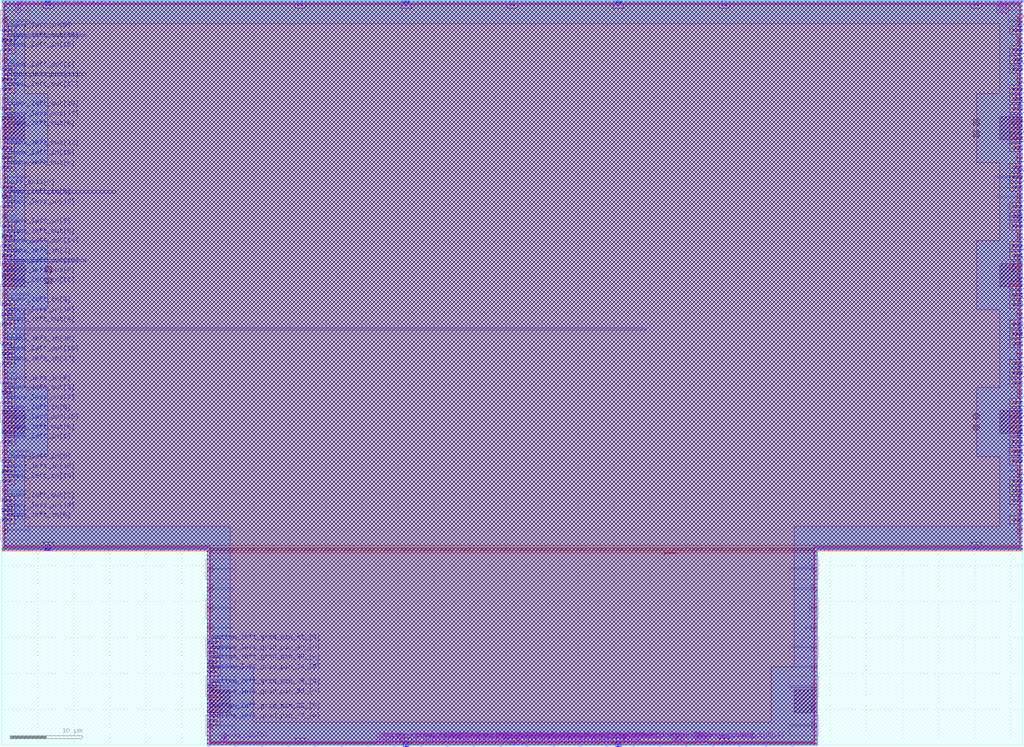
<source format=lef>
VERSION 5.7 ;
BUSBITCHARS "[]" ;

UNITS
  DATABASE MICRONS 1000 ;
END UNITS

MANUFACTURINGGRID 0.005 ;

LAYER nwell
  TYPE MASTERSLICE ;
END nwell

LAYER pwell
  TYPE MASTERSLICE ;
END pwell

LAYER fieldpoly
  TYPE MASTERSLICE ;
END fieldpoly

LAYER li1
  TYPE ROUTING ;
  DIRECTION VERTICAL ;
  PITCH 0.46 ;
  WIDTH 0.17 ;
END li1

LAYER mcon
  TYPE CUT ;
END mcon

LAYER met1
  TYPE ROUTING ;
  DIRECTION HORIZONTAL ;
  PITCH 0.34 ;
  WIDTH 0.14 ;
END met1

LAYER via
  TYPE CUT ;
END via

LAYER met2
  TYPE ROUTING ;
  DIRECTION VERTICAL ;
  PITCH 0.46 ;
  WIDTH 0.14 ;
END met2

LAYER via2
  TYPE CUT ;
END via2

LAYER met3
  TYPE ROUTING ;
  DIRECTION HORIZONTAL ;
  PITCH 0.68 ;
  WIDTH 0.3 ;
END met3

LAYER via3
  TYPE CUT ;
END via3

LAYER met4
  TYPE ROUTING ;
  DIRECTION VERTICAL ;
  PITCH 0.92 ;
  WIDTH 0.3 ;
END met4

LAYER via4
  TYPE CUT ;
END via4

LAYER met5
  TYPE ROUTING ;
  DIRECTION HORIZONTAL ;
  PITCH 3.4 ;
  WIDTH 1.6 ;
END met5

LAYER diff
  TYPE MASTERSLICE ;
END diff

LAYER licon1
  TYPE MASTERSLICE ;
END licon1

LAYER OVERLAP
  TYPE OVERLAP ;
END OVERLAP

VIA L1M1_PR
  LAYER li1 ;
    RECT -0.085 -0.085 0.085 0.085 ;
  LAYER mcon ;
    RECT -0.085 -0.085 0.085 0.085 ;
  LAYER met1 ;
    RECT -0.145 -0.115 0.145 0.115 ;
END L1M1_PR

VIA L1M1_PR_R
  LAYER li1 ;
    RECT -0.085 -0.085 0.085 0.085 ;
  LAYER mcon ;
    RECT -0.085 -0.085 0.085 0.085 ;
  LAYER met1 ;
    RECT -0.115 -0.145 0.115 0.145 ;
END L1M1_PR_R

VIA L1M1_PR_M
  LAYER li1 ;
    RECT -0.085 -0.085 0.085 0.085 ;
  LAYER mcon ;
    RECT -0.085 -0.085 0.085 0.085 ;
  LAYER met1 ;
    RECT -0.115 -0.145 0.115 0.145 ;
END L1M1_PR_M

VIA L1M1_PR_MR
  LAYER li1 ;
    RECT -0.085 -0.085 0.085 0.085 ;
  LAYER mcon ;
    RECT -0.085 -0.085 0.085 0.085 ;
  LAYER met1 ;
    RECT -0.145 -0.115 0.145 0.115 ;
END L1M1_PR_MR

VIA L1M1_PR_C
  LAYER li1 ;
    RECT -0.085 -0.085 0.085 0.085 ;
  LAYER mcon ;
    RECT -0.085 -0.085 0.085 0.085 ;
  LAYER met1 ;
    RECT -0.145 -0.145 0.145 0.145 ;
END L1M1_PR_C

VIA M1M2_PR
  LAYER met1 ;
    RECT -0.16 -0.13 0.16 0.13 ;
  LAYER via ;
    RECT -0.075 -0.075 0.075 0.075 ;
  LAYER met2 ;
    RECT -0.13 -0.16 0.13 0.16 ;
END M1M2_PR

VIA M1M2_PR_Enc
  LAYER met1 ;
    RECT -0.16 -0.13 0.16 0.13 ;
  LAYER via ;
    RECT -0.075 -0.075 0.075 0.075 ;
  LAYER met2 ;
    RECT -0.16 -0.13 0.16 0.13 ;
END M1M2_PR_Enc

VIA M1M2_PR_R
  LAYER met1 ;
    RECT -0.13 -0.16 0.13 0.16 ;
  LAYER via ;
    RECT -0.075 -0.075 0.075 0.075 ;
  LAYER met2 ;
    RECT -0.16 -0.13 0.16 0.13 ;
END M1M2_PR_R

VIA M1M2_PR_R_Enc
  LAYER met1 ;
    RECT -0.13 -0.16 0.13 0.16 ;
  LAYER via ;
    RECT -0.075 -0.075 0.075 0.075 ;
  LAYER met2 ;
    RECT -0.13 -0.16 0.13 0.16 ;
END M1M2_PR_R_Enc

VIA M1M2_PR_M
  LAYER met1 ;
    RECT -0.16 -0.13 0.16 0.13 ;
  LAYER via ;
    RECT -0.075 -0.075 0.075 0.075 ;
  LAYER met2 ;
    RECT -0.16 -0.13 0.16 0.13 ;
END M1M2_PR_M

VIA M1M2_PR_M_Enc
  LAYER met1 ;
    RECT -0.16 -0.13 0.16 0.13 ;
  LAYER via ;
    RECT -0.075 -0.075 0.075 0.075 ;
  LAYER met2 ;
    RECT -0.13 -0.16 0.13 0.16 ;
END M1M2_PR_M_Enc

VIA M1M2_PR_MR
  LAYER met1 ;
    RECT -0.13 -0.16 0.13 0.16 ;
  LAYER via ;
    RECT -0.075 -0.075 0.075 0.075 ;
  LAYER met2 ;
    RECT -0.13 -0.16 0.13 0.16 ;
END M1M2_PR_MR

VIA M1M2_PR_MR_Enc
  LAYER met1 ;
    RECT -0.13 -0.16 0.13 0.16 ;
  LAYER via ;
    RECT -0.075 -0.075 0.075 0.075 ;
  LAYER met2 ;
    RECT -0.16 -0.13 0.16 0.13 ;
END M1M2_PR_MR_Enc

VIA M1M2_PR_C
  LAYER met1 ;
    RECT -0.16 -0.16 0.16 0.16 ;
  LAYER via ;
    RECT -0.075 -0.075 0.075 0.075 ;
  LAYER met2 ;
    RECT -0.16 -0.16 0.16 0.16 ;
END M1M2_PR_C

VIA M2M3_PR
  LAYER met2 ;
    RECT -0.14 -0.185 0.14 0.185 ;
  LAYER via2 ;
    RECT -0.1 -0.1 0.1 0.1 ;
  LAYER met3 ;
    RECT -0.165 -0.165 0.165 0.165 ;
END M2M3_PR

VIA M2M3_PR_R
  LAYER met2 ;
    RECT -0.185 -0.14 0.185 0.14 ;
  LAYER via2 ;
    RECT -0.1 -0.1 0.1 0.1 ;
  LAYER met3 ;
    RECT -0.165 -0.165 0.165 0.165 ;
END M2M3_PR_R

VIA M2M3_PR_M
  LAYER met2 ;
    RECT -0.14 -0.185 0.14 0.185 ;
  LAYER via2 ;
    RECT -0.1 -0.1 0.1 0.1 ;
  LAYER met3 ;
    RECT -0.165 -0.165 0.165 0.165 ;
END M2M3_PR_M

VIA M2M3_PR_MR
  LAYER met2 ;
    RECT -0.185 -0.14 0.185 0.14 ;
  LAYER via2 ;
    RECT -0.1 -0.1 0.1 0.1 ;
  LAYER met3 ;
    RECT -0.165 -0.165 0.165 0.165 ;
END M2M3_PR_MR

VIA M2M3_PR_C
  LAYER met2 ;
    RECT -0.185 -0.185 0.185 0.185 ;
  LAYER via2 ;
    RECT -0.1 -0.1 0.1 0.1 ;
  LAYER met3 ;
    RECT -0.165 -0.165 0.165 0.165 ;
END M2M3_PR_C

VIA M3M4_PR
  LAYER met3 ;
    RECT -0.19 -0.16 0.19 0.16 ;
  LAYER via3 ;
    RECT -0.1 -0.1 0.1 0.1 ;
  LAYER met4 ;
    RECT -0.165 -0.165 0.165 0.165 ;
END M3M4_PR

VIA M3M4_PR_R
  LAYER met3 ;
    RECT -0.16 -0.19 0.16 0.19 ;
  LAYER via3 ;
    RECT -0.1 -0.1 0.1 0.1 ;
  LAYER met4 ;
    RECT -0.165 -0.165 0.165 0.165 ;
END M3M4_PR_R

VIA M3M4_PR_M
  LAYER met3 ;
    RECT -0.19 -0.16 0.19 0.16 ;
  LAYER via3 ;
    RECT -0.1 -0.1 0.1 0.1 ;
  LAYER met4 ;
    RECT -0.165 -0.165 0.165 0.165 ;
END M3M4_PR_M

VIA M3M4_PR_MR
  LAYER met3 ;
    RECT -0.16 -0.19 0.16 0.19 ;
  LAYER via3 ;
    RECT -0.1 -0.1 0.1 0.1 ;
  LAYER met4 ;
    RECT -0.165 -0.165 0.165 0.165 ;
END M3M4_PR_MR

VIA M3M4_PR_C
  LAYER met3 ;
    RECT -0.19 -0.19 0.19 0.19 ;
  LAYER via3 ;
    RECT -0.1 -0.1 0.1 0.1 ;
  LAYER met4 ;
    RECT -0.165 -0.165 0.165 0.165 ;
END M3M4_PR_C

VIA M4M5_PR
  LAYER met4 ;
    RECT -0.59 -0.59 0.59 0.59 ;
  LAYER via4 ;
    RECT -0.4 -0.4 0.4 0.4 ;
  LAYER met5 ;
    RECT -0.71 -0.71 0.71 0.71 ;
END M4M5_PR

VIA M4M5_PR_R
  LAYER met4 ;
    RECT -0.59 -0.59 0.59 0.59 ;
  LAYER via4 ;
    RECT -0.4 -0.4 0.4 0.4 ;
  LAYER met5 ;
    RECT -0.71 -0.71 0.71 0.71 ;
END M4M5_PR_R

VIA M4M5_PR_M
  LAYER met4 ;
    RECT -0.59 -0.59 0.59 0.59 ;
  LAYER via4 ;
    RECT -0.4 -0.4 0.4 0.4 ;
  LAYER met5 ;
    RECT -0.71 -0.71 0.71 0.71 ;
END M4M5_PR_M

VIA M4M5_PR_MR
  LAYER met4 ;
    RECT -0.59 -0.59 0.59 0.59 ;
  LAYER via4 ;
    RECT -0.4 -0.4 0.4 0.4 ;
  LAYER met5 ;
    RECT -0.71 -0.71 0.71 0.71 ;
END M4M5_PR_MR

VIA M4M5_PR_C
  LAYER met4 ;
    RECT -0.59 -0.59 0.59 0.59 ;
  LAYER via4 ;
    RECT -0.4 -0.4 0.4 0.4 ;
  LAYER met5 ;
    RECT -0.71 -0.71 0.71 0.71 ;
END M4M5_PR_C

SITE unit
  CLASS CORE ;
  SYMMETRY Y ;
  SIZE 0.46 BY 2.72 ;
END unit

SITE unithddbl
  CLASS CORE ;
  SIZE 0.46 BY 5.44 ;
END unithddbl

MACRO sb_1__2_
  CLASS BLOCK ;
  ORIGIN 0 0 ;
  SIZE 141.68 BY 103.36 ;
  SYMMETRY X Y ;
  PIN prog_clk[0]
    DIRECTION INPUT ;
    USE CLOCK ;
    PORT
      LAYER met2 ;
        RECT 30.75 0 30.89 1.36 ;
    END
  END prog_clk[0]
  PIN chanx_right_in[0]
    DIRECTION INPUT ;
    USE SIGNAL ;
    PORT
      LAYER met3 ;
        RECT 140.3 86.89 141.68 87.19 ;
    END
  END chanx_right_in[0]
  PIN chanx_right_in[1]
    DIRECTION INPUT ;
    USE SIGNAL ;
    PORT
      LAYER met3 ;
        RECT 140.3 56.97 141.68 57.27 ;
    END
  END chanx_right_in[1]
  PIN chanx_right_in[2]
    DIRECTION INPUT ;
    USE SIGNAL ;
    PORT
      LAYER met3 ;
        RECT 140.3 99.13 141.68 99.43 ;
    END
  END chanx_right_in[2]
  PIN chanx_right_in[3]
    DIRECTION INPUT ;
    USE SIGNAL ;
    PORT
      LAYER met3 ;
        RECT 140.3 96.41 141.68 96.71 ;
    END
  END chanx_right_in[3]
  PIN chanx_right_in[4]
    DIRECTION INPUT ;
    USE SIGNAL ;
    PORT
      LAYER met3 ;
        RECT 140.3 33.85 141.68 34.15 ;
    END
  END chanx_right_in[4]
  PIN chanx_right_in[5]
    DIRECTION INPUT ;
    USE SIGNAL ;
    PORT
      LAYER met3 ;
        RECT 140.3 62.41 141.68 62.71 ;
    END
  END chanx_right_in[5]
  PIN chanx_right_in[6]
    DIRECTION INPUT ;
    USE SIGNAL ;
    PORT
      LAYER met3 ;
        RECT 140.3 31.13 141.68 31.43 ;
    END
  END chanx_right_in[6]
  PIN chanx_right_in[7]
    DIRECTION INPUT ;
    USE SIGNAL ;
    PORT
      LAYER met3 ;
        RECT 140.3 50.17 141.68 50.47 ;
    END
  END chanx_right_in[7]
  PIN chanx_right_in[8]
    DIRECTION INPUT ;
    USE SIGNAL ;
    PORT
      LAYER met3 ;
        RECT 140.3 77.37 141.68 77.67 ;
    END
  END chanx_right_in[8]
  PIN chanx_right_in[9]
    DIRECTION INPUT ;
    USE SIGNAL ;
    PORT
      LAYER met3 ;
        RECT 140.3 35.21 141.68 35.51 ;
    END
  END chanx_right_in[9]
  PIN chanx_right_in[10]
    DIRECTION INPUT ;
    USE SIGNAL ;
    PORT
      LAYER met3 ;
        RECT 140.3 80.09 141.68 80.39 ;
    END
  END chanx_right_in[10]
  PIN chanx_right_in[11]
    DIRECTION INPUT ;
    USE SIGNAL ;
    PORT
      LAYER met3 ;
        RECT 140.3 58.33 141.68 58.63 ;
    END
  END chanx_right_in[11]
  PIN chanx_right_in[12]
    DIRECTION INPUT ;
    USE SIGNAL ;
    PORT
      LAYER met3 ;
        RECT 140.3 74.65 141.68 74.95 ;
    END
  END chanx_right_in[12]
  PIN chanx_right_in[13]
    DIRECTION INPUT ;
    USE SIGNAL ;
    PORT
      LAYER met3 ;
        RECT 140.3 36.57 141.68 36.87 ;
    END
  END chanx_right_in[13]
  PIN chanx_right_in[14]
    DIRECTION INPUT ;
    USE SIGNAL ;
    PORT
      LAYER met3 ;
        RECT 140.3 43.37 141.68 43.67 ;
    END
  END chanx_right_in[14]
  PIN chanx_right_in[15]
    DIRECTION INPUT ;
    USE SIGNAL ;
    PORT
      LAYER met3 ;
        RECT 140.3 55.61 141.68 55.91 ;
    END
  END chanx_right_in[15]
  PIN chanx_right_in[16]
    DIRECTION INPUT ;
    USE SIGNAL ;
    PORT
      LAYER met3 ;
        RECT 140.3 40.65 141.68 40.95 ;
    END
  END chanx_right_in[16]
  PIN chanx_right_in[17]
    DIRECTION INPUT ;
    USE SIGNAL ;
    PORT
      LAYER met3 ;
        RECT 140.3 61.05 141.68 61.35 ;
    END
  END chanx_right_in[17]
  PIN chanx_right_in[18]
    DIRECTION INPUT ;
    USE SIGNAL ;
    PORT
      LAYER met3 ;
        RECT 140.3 39.29 141.68 39.59 ;
    END
  END chanx_right_in[18]
  PIN chanx_right_in[19]
    DIRECTION INPUT ;
    USE SIGNAL ;
    PORT
      LAYER met3 ;
        RECT 140.3 71.93 141.68 72.23 ;
    END
  END chanx_right_in[19]
  PIN right_top_grid_pin_1_[0]
    DIRECTION INPUT ;
    USE SIGNAL ;
    PORT
      LAYER met2 ;
        RECT 139.31 102 139.45 103.36 ;
    END
  END right_top_grid_pin_1_[0]
  PIN chany_bottom_in[0]
    DIRECTION INPUT ;
    USE SIGNAL ;
    PORT
      LAYER met2 ;
        RECT 82.27 0 82.41 1.36 ;
    END
  END chany_bottom_in[0]
  PIN chany_bottom_in[1]
    DIRECTION INPUT ;
    USE SIGNAL ;
    PORT
      LAYER met2 ;
        RECT 67.09 0 67.23 1.36 ;
    END
  END chany_bottom_in[1]
  PIN chany_bottom_in[2]
    DIRECTION INPUT ;
    USE SIGNAL ;
    PORT
      LAYER met2 ;
        RECT 81.35 0 81.49 1.36 ;
    END
  END chany_bottom_in[2]
  PIN chany_bottom_in[3]
    DIRECTION INPUT ;
    USE SIGNAL ;
    PORT
      LAYER met2 ;
        RECT 88.25 0 88.39 1.36 ;
    END
  END chany_bottom_in[3]
  PIN chany_bottom_in[4]
    DIRECTION INPUT ;
    USE SIGNAL ;
    PORT
      LAYER met2 ;
        RECT 65.25 0 65.39 1.36 ;
    END
  END chany_bottom_in[4]
  PIN chany_bottom_in[5]
    DIRECTION INPUT ;
    USE SIGNAL ;
    PORT
      LAYER met2 ;
        RECT 75.83 0 75.97 1.36 ;
    END
  END chany_bottom_in[5]
  PIN chany_bottom_in[6]
    DIRECTION INPUT ;
    USE SIGNAL ;
    PORT
      LAYER met2 ;
        RECT 94.23 0 94.37 1.36 ;
    END
  END chany_bottom_in[6]
  PIN chany_bottom_in[7]
    DIRECTION INPUT ;
    USE SIGNAL ;
    PORT
      LAYER met2 ;
        RECT 87.33 0 87.47 1.36 ;
    END
  END chany_bottom_in[7]
  PIN chany_bottom_in[8]
    DIRECTION INPUT ;
    USE SIGNAL ;
    PORT
      LAYER met2 ;
        RECT 77.67 0 77.81 1.36 ;
    END
  END chany_bottom_in[8]
  PIN chany_bottom_in[9]
    DIRECTION INPUT ;
    USE SIGNAL ;
    PORT
      LAYER met2 ;
        RECT 84.11 0 84.25 1.36 ;
    END
  END chany_bottom_in[9]
  PIN chany_bottom_in[10]
    DIRECTION INPUT ;
    USE SIGNAL ;
    PORT
      LAYER met2 ;
        RECT 62.49 0 62.63 1.36 ;
    END
  END chany_bottom_in[10]
  PIN chany_bottom_in[11]
    DIRECTION INPUT ;
    USE SIGNAL ;
    PORT
      LAYER met2 ;
        RECT 86.41 0 86.55 1.36 ;
    END
  END chany_bottom_in[11]
  PIN chany_bottom_in[12]
    DIRECTION INPUT ;
    USE SIGNAL ;
    PORT
      LAYER met2 ;
        RECT 79.51 0 79.65 1.36 ;
    END
  END chany_bottom_in[12]
  PIN chany_bottom_in[13]
    DIRECTION INPUT ;
    USE SIGNAL ;
    PORT
      LAYER met2 ;
        RECT 68.01 0 68.15 1.36 ;
    END
  END chany_bottom_in[13]
  PIN chany_bottom_in[14]
    DIRECTION INPUT ;
    USE SIGNAL ;
    PORT
      LAYER met2 ;
        RECT 66.17 0 66.31 1.36 ;
    END
  END chany_bottom_in[14]
  PIN chany_bottom_in[15]
    DIRECTION INPUT ;
    USE SIGNAL ;
    PORT
      LAYER met2 ;
        RECT 53.29 0 53.43 1.36 ;
    END
  END chany_bottom_in[15]
  PIN chany_bottom_in[16]
    DIRECTION INPUT ;
    USE SIGNAL ;
    PORT
      LAYER met2 ;
        RECT 76.75 0 76.89 1.36 ;
    END
  END chany_bottom_in[16]
  PIN chany_bottom_in[17]
    DIRECTION INPUT ;
    USE SIGNAL ;
    PORT
      LAYER met2 ;
        RECT 69.85 0 69.99 1.36 ;
    END
  END chany_bottom_in[17]
  PIN chany_bottom_in[18]
    DIRECTION INPUT ;
    USE SIGNAL ;
    PORT
      LAYER met2 ;
        RECT 57.43 0 57.57 1.36 ;
    END
  END chany_bottom_in[18]
  PIN chany_bottom_in[19]
    DIRECTION INPUT ;
    USE SIGNAL ;
    PORT
      LAYER met2 ;
        RECT 78.59 0 78.73 1.36 ;
    END
  END chany_bottom_in[19]
  PIN bottom_left_grid_pin_34_[0]
    DIRECTION INPUT ;
    USE SIGNAL ;
    PORT
      LAYER met3 ;
        RECT 28.52 10.05 29.9 10.35 ;
    END
  END bottom_left_grid_pin_34_[0]
  PIN bottom_left_grid_pin_35_[0]
    DIRECTION INPUT ;
    USE SIGNAL ;
    PORT
      LAYER met3 ;
        RECT 28.52 8.01 29.9 8.31 ;
    END
  END bottom_left_grid_pin_35_[0]
  PIN bottom_left_grid_pin_36_[0]
    DIRECTION INPUT ;
    USE SIGNAL ;
    PORT
      LAYER met3 ;
        RECT 28.52 6.65 29.9 6.95 ;
    END
  END bottom_left_grid_pin_36_[0]
  PIN bottom_left_grid_pin_37_[0]
    DIRECTION INPUT ;
    USE SIGNAL ;
    PORT
      LAYER met3 ;
        RECT 28.52 3.25 29.9 3.55 ;
    END
  END bottom_left_grid_pin_37_[0]
  PIN bottom_left_grid_pin_38_[0]
    DIRECTION INPUT ;
    USE SIGNAL ;
    PORT
      LAYER met3 ;
        RECT 28.52 4.61 29.9 4.91 ;
    END
  END bottom_left_grid_pin_38_[0]
  PIN bottom_left_grid_pin_39_[0]
    DIRECTION INPUT ;
    USE SIGNAL ;
    PORT
      LAYER met3 ;
        RECT 28.52 11.41 29.9 11.71 ;
    END
  END bottom_left_grid_pin_39_[0]
  PIN bottom_left_grid_pin_40_[0]
    DIRECTION INPUT ;
    USE SIGNAL ;
    PORT
      LAYER met3 ;
        RECT 28.52 12.77 29.9 13.07 ;
    END
  END bottom_left_grid_pin_40_[0]
  PIN bottom_left_grid_pin_41_[0]
    DIRECTION INPUT ;
    USE SIGNAL ;
    PORT
      LAYER met3 ;
        RECT 28.52 14.13 29.9 14.43 ;
    END
  END bottom_left_grid_pin_41_[0]
  PIN chanx_left_in[0]
    DIRECTION INPUT ;
    USE SIGNAL ;
    PORT
      LAYER met3 ;
        RECT 0 39.29 1.38 39.59 ;
    END
  END chanx_left_in[0]
  PIN chanx_left_in[1]
    DIRECTION INPUT ;
    USE SIGNAL ;
    PORT
      LAYER met3 ;
        RECT 0 42.01 1.38 42.31 ;
    END
  END chanx_left_in[1]
  PIN chanx_left_in[2]
    DIRECTION INPUT ;
    USE SIGNAL ;
    PORT
      LAYER met3 ;
        RECT 0 67.85 1.38 68.15 ;
    END
  END chanx_left_in[2]
  PIN chanx_left_in[3]
    DIRECTION INPUT ;
    USE SIGNAL ;
    PORT
      LAYER met3 ;
        RECT 0 61.05 1.38 61.35 ;
    END
  END chanx_left_in[3]
  PIN chanx_left_in[4]
    DIRECTION INPUT ;
    USE SIGNAL ;
    PORT
      LAYER met3 ;
        RECT 0 50.17 1.38 50.47 ;
    END
  END chanx_left_in[4]
  PIN chanx_left_in[5]
    DIRECTION INPUT ;
    USE SIGNAL ;
    PORT
      LAYER met3 ;
        RECT 0 46.09 1.38 46.39 ;
    END
  END chanx_left_in[5]
  PIN chanx_left_in[6]
    DIRECTION INPUT ;
    USE SIGNAL ;
    PORT
      LAYER met3 ;
        RECT 0 31.13 1.38 31.43 ;
    END
  END chanx_left_in[6]
  PIN chanx_left_in[7]
    DIRECTION INPUT ;
    USE SIGNAL ;
    PORT
      LAYER met3 ;
        RECT 0 71.93 1.38 72.23 ;
    END
  END chanx_left_in[7]
  PIN chanx_left_in[8]
    DIRECTION INPUT ;
    USE SIGNAL ;
    PORT
      LAYER met3 ;
        RECT 0 76.01 1.38 76.31 ;
    END
  END chanx_left_in[8]
  PIN chanx_left_in[9]
    DIRECTION INPUT ;
    USE SIGNAL ;
    PORT
      LAYER met3 ;
        RECT 0 99.13 1.38 99.43 ;
    END
  END chanx_left_in[9]
  PIN chanx_left_in[10]
    DIRECTION INPUT ;
    USE SIGNAL ;
    PORT
      LAYER met3 ;
        RECT 0 36.57 1.38 36.87 ;
    END
  END chanx_left_in[10]
  PIN chanx_left_in[11]
    DIRECTION INPUT ;
    USE SIGNAL ;
    PORT
      LAYER met3 ;
        RECT 0 63.77 1.38 64.07 ;
    END
  END chanx_left_in[11]
  PIN chanx_left_in[12]
    DIRECTION INPUT ;
    USE SIGNAL ;
    PORT
      LAYER met3 ;
        RECT 0 32.49 1.38 32.79 ;
    END
  END chanx_left_in[12]
  PIN chanx_left_in[13]
    DIRECTION INPUT ;
    USE SIGNAL ;
    PORT
      LAYER met3 ;
        RECT 0 74.65 1.38 74.95 ;
    END
  END chanx_left_in[13]
  PIN chanx_left_in[14]
    DIRECTION INPUT ;
    USE SIGNAL ;
    PORT
      LAYER met3 ;
        RECT 0 59.69 1.38 59.99 ;
    END
  END chanx_left_in[14]
  PIN chanx_left_in[15]
    DIRECTION INPUT ;
    USE SIGNAL ;
    PORT
      LAYER met3 ;
        RECT 0 96.41 1.38 96.71 ;
    END
  END chanx_left_in[15]
  PIN chanx_left_in[16]
    DIRECTION INPUT ;
    USE SIGNAL ;
    PORT
      LAYER met3 ;
        RECT 0 55.61 1.38 55.91 ;
    END
  END chanx_left_in[16]
  PIN chanx_left_in[17]
    DIRECTION INPUT ;
    USE SIGNAL ;
    PORT
      LAYER met3 ;
        RECT 0 52.89 1.38 53.19 ;
    END
  END chanx_left_in[17]
  PIN chanx_left_in[18]
    DIRECTION INPUT ;
    USE SIGNAL ;
    PORT
      LAYER met3 ;
        RECT 0 37.93 1.38 38.23 ;
    END
  END chanx_left_in[18]
  PIN chanx_left_in[19]
    DIRECTION INPUT ;
    USE SIGNAL ;
    PORT
      LAYER met3 ;
        RECT 0 81.45 1.38 81.75 ;
    END
  END chanx_left_in[19]
  PIN left_top_grid_pin_1_[0]
    DIRECTION INPUT ;
    USE SIGNAL ;
    PORT
      LAYER met2 ;
        RECT 2.23 102 2.37 103.36 ;
    END
  END left_top_grid_pin_1_[0]
  PIN ccff_head[0]
    DIRECTION INPUT ;
    USE SIGNAL ;
    PORT
      LAYER met2 ;
        RECT 138.39 102 138.53 103.36 ;
    END
  END ccff_head[0]
  PIN chanx_right_out[0]
    DIRECTION OUTPUT ;
    USE SIGNAL ;
    PORT
      LAYER met3 ;
        RECT 140.3 73.29 141.68 73.59 ;
    END
  END chanx_right_out[0]
  PIN chanx_right_out[1]
    DIRECTION OUTPUT ;
    USE SIGNAL ;
    PORT
      LAYER met3 ;
        RECT 140.3 47.45 141.68 47.75 ;
    END
  END chanx_right_out[1]
  PIN chanx_right_out[2]
    DIRECTION OUTPUT ;
    USE SIGNAL ;
    PORT
      LAYER met3 ;
        RECT 140.3 52.89 141.68 53.19 ;
    END
  END chanx_right_out[2]
  PIN chanx_right_out[3]
    DIRECTION OUTPUT ;
    USE SIGNAL ;
    PORT
      LAYER met3 ;
        RECT 140.3 82.81 141.68 83.11 ;
    END
  END chanx_right_out[3]
  PIN chanx_right_out[4]
    DIRECTION OUTPUT ;
    USE SIGNAL ;
    PORT
      LAYER met3 ;
        RECT 140.3 78.73 141.68 79.03 ;
    END
  END chanx_right_out[4]
  PIN chanx_right_out[5]
    DIRECTION OUTPUT ;
    USE SIGNAL ;
    PORT
      LAYER met3 ;
        RECT 140.3 95.05 141.68 95.35 ;
    END
  END chanx_right_out[5]
  PIN chanx_right_out[6]
    DIRECTION OUTPUT ;
    USE SIGNAL ;
    PORT
      LAYER met3 ;
        RECT 140.3 84.17 141.68 84.47 ;
    END
  END chanx_right_out[6]
  PIN chanx_right_out[7]
    DIRECTION OUTPUT ;
    USE SIGNAL ;
    PORT
      LAYER met3 ;
        RECT 140.3 93.69 141.68 93.99 ;
    END
  END chanx_right_out[7]
  PIN chanx_right_out[8]
    DIRECTION OUTPUT ;
    USE SIGNAL ;
    PORT
      LAYER met3 ;
        RECT 140.3 85.53 141.68 85.83 ;
    END
  END chanx_right_out[8]
  PIN chanx_right_out[9]
    DIRECTION OUTPUT ;
    USE SIGNAL ;
    PORT
      LAYER met3 ;
        RECT 140.3 44.73 141.68 45.03 ;
    END
  END chanx_right_out[9]
  PIN chanx_right_out[10]
    DIRECTION OUTPUT ;
    USE SIGNAL ;
    PORT
      LAYER met3 ;
        RECT 140.3 51.53 141.68 51.83 ;
    END
  END chanx_right_out[10]
  PIN chanx_right_out[11]
    DIRECTION OUTPUT ;
    USE SIGNAL ;
    PORT
      LAYER met3 ;
        RECT 140.3 69.21 141.68 69.51 ;
    END
  END chanx_right_out[11]
  PIN chanx_right_out[12]
    DIRECTION OUTPUT ;
    USE SIGNAL ;
    PORT
      LAYER met3 ;
        RECT 140.3 42.01 141.68 42.31 ;
    END
  END chanx_right_out[12]
  PIN chanx_right_out[13]
    DIRECTION OUTPUT ;
    USE SIGNAL ;
    PORT
      LAYER met3 ;
        RECT 140.3 66.49 141.68 66.79 ;
    END
  END chanx_right_out[13]
  PIN chanx_right_out[14]
    DIRECTION OUTPUT ;
    USE SIGNAL ;
    PORT
      LAYER met3 ;
        RECT 140.3 90.97 141.68 91.27 ;
    END
  END chanx_right_out[14]
  PIN chanx_right_out[15]
    DIRECTION OUTPUT ;
    USE SIGNAL ;
    PORT
      LAYER met3 ;
        RECT 140.3 67.85 141.68 68.15 ;
    END
  END chanx_right_out[15]
  PIN chanx_right_out[16]
    DIRECTION OUTPUT ;
    USE SIGNAL ;
    PORT
      LAYER met3 ;
        RECT 140.3 63.77 141.68 64.07 ;
    END
  END chanx_right_out[16]
  PIN chanx_right_out[17]
    DIRECTION OUTPUT ;
    USE SIGNAL ;
    PORT
      LAYER met3 ;
        RECT 140.3 88.25 141.68 88.55 ;
    END
  END chanx_right_out[17]
  PIN chanx_right_out[18]
    DIRECTION OUTPUT ;
    USE SIGNAL ;
    PORT
      LAYER met3 ;
        RECT 140.3 89.61 141.68 89.91 ;
    END
  END chanx_right_out[18]
  PIN chanx_right_out[19]
    DIRECTION OUTPUT ;
    USE SIGNAL ;
    PORT
      LAYER met3 ;
        RECT 140.3 46.09 141.68 46.39 ;
    END
  END chanx_right_out[19]
  PIN chany_bottom_out[0]
    DIRECTION OUTPUT ;
    USE SIGNAL ;
    PORT
      LAYER met2 ;
        RECT 83.19 0 83.33 1.36 ;
    END
  END chany_bottom_out[0]
  PIN chany_bottom_out[1]
    DIRECTION OUTPUT ;
    USE SIGNAL ;
    PORT
      LAYER met2 ;
        RECT 59.73 0 59.87 1.36 ;
    END
  END chany_bottom_out[1]
  PIN chany_bottom_out[2]
    DIRECTION OUTPUT ;
    USE SIGNAL ;
    PORT
      LAYER met2 ;
        RECT 52.37 0 52.51 1.36 ;
    END
  END chany_bottom_out[2]
  PIN chany_bottom_out[3]
    DIRECTION OUTPUT ;
    USE SIGNAL ;
    PORT
      LAYER met2 ;
        RECT 68.93 0 69.07 1.36 ;
    END
  END chany_bottom_out[3]
  PIN chany_bottom_out[4]
    DIRECTION OUTPUT ;
    USE SIGNAL ;
    PORT
      LAYER met2 ;
        RECT 96.53 0 96.67 1.36 ;
    END
  END chany_bottom_out[4]
  PIN chany_bottom_out[5]
    DIRECTION OUTPUT ;
    USE SIGNAL ;
    PORT
      LAYER met2 ;
        RECT 71.69 0 71.83 1.36 ;
    END
  END chany_bottom_out[5]
  PIN chany_bottom_out[6]
    DIRECTION OUTPUT ;
    USE SIGNAL ;
    PORT
      LAYER met2 ;
        RECT 74.91 0 75.05 1.36 ;
    END
  END chany_bottom_out[6]
  PIN chany_bottom_out[7]
    DIRECTION OUTPUT ;
    USE SIGNAL ;
    PORT
      LAYER met2 ;
        RECT 60.65 0 60.79 1.36 ;
    END
  END chany_bottom_out[7]
  PIN chany_bottom_out[8]
    DIRECTION OUTPUT ;
    USE SIGNAL ;
    PORT
      LAYER met2 ;
        RECT 63.41 0 63.55 1.36 ;
    END
  END chany_bottom_out[8]
  PIN chany_bottom_out[9]
    DIRECTION OUTPUT ;
    USE SIGNAL ;
    PORT
      LAYER met2 ;
        RECT 54.21 0 54.35 1.36 ;
    END
  END chany_bottom_out[9]
  PIN chany_bottom_out[10]
    DIRECTION OUTPUT ;
    USE SIGNAL ;
    PORT
      LAYER met2 ;
        RECT 93.31 0 93.45 1.36 ;
    END
  END chany_bottom_out[10]
  PIN chany_bottom_out[11]
    DIRECTION OUTPUT ;
    USE SIGNAL ;
    PORT
      LAYER met2 ;
        RECT 73.99 0 74.13 1.36 ;
    END
  END chany_bottom_out[11]
  PIN chany_bottom_out[12]
    DIRECTION OUTPUT ;
    USE SIGNAL ;
    PORT
      LAYER met2 ;
        RECT 80.43 0 80.57 1.36 ;
    END
  END chany_bottom_out[12]
  PIN chany_bottom_out[13]
    DIRECTION OUTPUT ;
    USE SIGNAL ;
    PORT
      LAYER met2 ;
        RECT 61.57 0 61.71 1.36 ;
    END
  END chany_bottom_out[13]
  PIN chany_bottom_out[14]
    DIRECTION OUTPUT ;
    USE SIGNAL ;
    PORT
      LAYER met2 ;
        RECT 97.45 0 97.59 1.36 ;
    END
  END chany_bottom_out[14]
  PIN chany_bottom_out[15]
    DIRECTION OUTPUT ;
    USE SIGNAL ;
    PORT
      LAYER met2 ;
        RECT 55.13 0 55.27 1.36 ;
    END
  END chany_bottom_out[15]
  PIN chany_bottom_out[16]
    DIRECTION OUTPUT ;
    USE SIGNAL ;
    PORT
      LAYER met2 ;
        RECT 64.33 0 64.47 1.36 ;
    END
  END chany_bottom_out[16]
  PIN chany_bottom_out[17]
    DIRECTION OUTPUT ;
    USE SIGNAL ;
    PORT
      LAYER met2 ;
        RECT 58.81 0 58.95 1.36 ;
    END
  END chany_bottom_out[17]
  PIN chany_bottom_out[18]
    DIRECTION OUTPUT ;
    USE SIGNAL ;
    PORT
      LAYER met2 ;
        RECT 73.07 0 73.21 1.36 ;
    END
  END chany_bottom_out[18]
  PIN chany_bottom_out[19]
    DIRECTION OUTPUT ;
    USE SIGNAL ;
    PORT
      LAYER met2 ;
        RECT 70.77 0 70.91 1.36 ;
    END
  END chany_bottom_out[19]
  PIN chanx_left_out[0]
    DIRECTION OUTPUT ;
    USE SIGNAL ;
    PORT
      LAYER met3 ;
        RECT 0 80.09 1.38 80.39 ;
    END
  END chanx_left_out[0]
  PIN chanx_left_out[1]
    DIRECTION OUTPUT ;
    USE SIGNAL ;
    PORT
      LAYER met3 ;
        RECT 0 93.69 1.38 93.99 ;
    END
  END chanx_left_out[1]
  PIN chanx_left_out[2]
    DIRECTION OUTPUT ;
    USE SIGNAL ;
    PORT
      LAYER met3 ;
        RECT 0 33.85 1.38 34.15 ;
    END
  END chanx_left_out[2]
  PIN chanx_left_out[3]
    DIRECTION OUTPUT ;
    USE SIGNAL ;
    PORT
      LAYER met3 ;
        RECT 0 48.81 1.38 49.11 ;
    END
  END chanx_left_out[3]
  PIN chanx_left_out[4]
    DIRECTION OUTPUT ;
    USE SIGNAL ;
    PORT
      LAYER met3 ;
        RECT 0 58.33 1.38 58.63 ;
    END
  END chanx_left_out[4]
  PIN chanx_left_out[5]
    DIRECTION OUTPUT ;
    USE SIGNAL ;
    PORT
      LAYER met3 ;
        RECT 0 70.57 1.38 70.87 ;
    END
  END chanx_left_out[5]
  PIN chanx_left_out[6]
    DIRECTION OUTPUT ;
    USE SIGNAL ;
    PORT
      LAYER met3 ;
        RECT 0 43.37 1.38 43.67 ;
    END
  END chanx_left_out[6]
  PIN chanx_left_out[7]
    DIRECTION OUTPUT ;
    USE SIGNAL ;
    PORT
      LAYER met3 ;
        RECT 0 47.45 1.38 47.75 ;
    END
  END chanx_left_out[7]
  PIN chanx_left_out[8]
    DIRECTION OUTPUT ;
    USE SIGNAL ;
    PORT
      LAYER met3 ;
        RECT 0 85.53 1.38 85.83 ;
    END
  END chanx_left_out[8]
  PIN chanx_left_out[9]
    DIRECTION OUTPUT ;
    USE SIGNAL ;
    PORT
      LAYER met3 ;
        RECT 0 65.13 1.38 65.43 ;
    END
  END chanx_left_out[9]
  PIN chanx_left_out[10]
    DIRECTION OUTPUT ;
    USE SIGNAL ;
    PORT
      LAYER met3 ;
        RECT 0 97.77 1.38 98.07 ;
    END
  END chanx_left_out[10]
  PIN chanx_left_out[11]
    DIRECTION OUTPUT ;
    USE SIGNAL ;
    PORT
      LAYER met3 ;
        RECT 0 92.33 1.38 92.63 ;
    END
  END chanx_left_out[11]
  PIN chanx_left_out[12]
    DIRECTION OUTPUT ;
    USE SIGNAL ;
    PORT
      LAYER met3 ;
        RECT 0 82.81 1.38 83.11 ;
    END
  END chanx_left_out[12]
  PIN chanx_left_out[13]
    DIRECTION OUTPUT ;
    USE SIGNAL ;
    PORT
      LAYER met3 ;
        RECT 0 86.89 1.38 87.19 ;
    END
  END chanx_left_out[13]
  PIN chanx_left_out[14]
    DIRECTION OUTPUT ;
    USE SIGNAL ;
    PORT
      LAYER met3 ;
        RECT 0 69.21 1.38 69.51 ;
    END
  END chanx_left_out[14]
  PIN chanx_left_out[15]
    DIRECTION OUTPUT ;
    USE SIGNAL ;
    PORT
      LAYER met3 ;
        RECT 0 44.73 1.38 45.03 ;
    END
  END chanx_left_out[15]
  PIN chanx_left_out[16]
    DIRECTION OUTPUT ;
    USE SIGNAL ;
    PORT
      LAYER met3 ;
        RECT 0 54.25 1.38 54.55 ;
    END
  END chanx_left_out[16]
  PIN chanx_left_out[17]
    DIRECTION OUTPUT ;
    USE SIGNAL ;
    PORT
      LAYER met3 ;
        RECT 0 90.97 1.38 91.27 ;
    END
  END chanx_left_out[17]
  PIN chanx_left_out[18]
    DIRECTION OUTPUT ;
    USE SIGNAL ;
    PORT
      LAYER met3 ;
        RECT 0 66.49 1.38 66.79 ;
    END
  END chanx_left_out[18]
  PIN chanx_left_out[19]
    DIRECTION OUTPUT ;
    USE SIGNAL ;
    PORT
      LAYER met3 ;
        RECT 0 88.25 1.38 88.55 ;
    END
  END chanx_left_out[19]
  PIN ccff_tail[0]
    DIRECTION OUTPUT ;
    USE SIGNAL ;
    PORT
      LAYER met3 ;
        RECT 0 77.37 1.38 77.67 ;
    END
  END ccff_tail[0]
  PIN VDD
    DIRECTION INPUT ;
    USE POWER ;
    PORT
      LAYER met1 ;
        RECT 28.52 2.48 29 2.96 ;
        RECT 112.68 2.48 113.16 2.96 ;
        RECT 28.52 7.92 29 8.4 ;
        RECT 112.68 7.92 113.16 8.4 ;
        RECT 28.52 13.36 29 13.84 ;
        RECT 112.68 13.36 113.16 13.84 ;
        RECT 28.52 18.8 29 19.28 ;
        RECT 112.68 18.8 113.16 19.28 ;
        RECT 28.52 24.24 29 24.72 ;
        RECT 112.68 24.24 113.16 24.72 ;
        RECT 0 29.68 0.48 30.16 ;
        RECT 141.2 29.68 141.68 30.16 ;
        RECT 0 35.12 0.48 35.6 ;
        RECT 141.2 35.12 141.68 35.6 ;
        RECT 0 40.56 0.48 41.04 ;
        RECT 141.2 40.56 141.68 41.04 ;
        RECT 0 46 0.48 46.48 ;
        RECT 141.2 46 141.68 46.48 ;
        RECT 0 51.44 0.48 51.92 ;
        RECT 141.2 51.44 141.68 51.92 ;
        RECT 0 56.88 0.48 57.36 ;
        RECT 141.2 56.88 141.68 57.36 ;
        RECT 0 62.32 0.48 62.8 ;
        RECT 141.2 62.32 141.68 62.8 ;
        RECT 0 67.76 0.48 68.24 ;
        RECT 141.2 67.76 141.68 68.24 ;
        RECT 0 73.2 0.48 73.68 ;
        RECT 141.2 73.2 141.68 73.68 ;
        RECT 0 78.64 0.48 79.12 ;
        RECT 141.2 78.64 141.68 79.12 ;
        RECT 0 84.08 0.48 84.56 ;
        RECT 141.2 84.08 141.68 84.56 ;
        RECT 0 89.52 0.48 90 ;
        RECT 141.2 89.52 141.68 90 ;
        RECT 0 94.96 0.48 95.44 ;
        RECT 141.2 94.96 141.68 95.44 ;
        RECT 0 100.4 0.48 100.88 ;
        RECT 141.2 100.4 141.68 100.88 ;
      LAYER met4 ;
        RECT 41.1 0 41.7 0.6 ;
        RECT 70.54 0 71.14 0.6 ;
        RECT 99.98 0 100.58 0.6 ;
        RECT 134.94 27.2 135.54 27.8 ;
        RECT 41.1 102.76 41.7 103.36 ;
        RECT 70.54 102.76 71.14 103.36 ;
        RECT 99.98 102.76 100.58 103.36 ;
        RECT 134.94 102.76 135.54 103.36 ;
      LAYER met5 ;
        RECT 0 43.28 3.2 46.48 ;
        RECT 138.48 43.28 141.68 46.48 ;
        RECT 0 84.08 3.2 87.28 ;
        RECT 138.48 84.08 141.68 87.28 ;
    END
  END VDD
  PIN VSS
    DIRECTION INPUT ;
    USE GROUND ;
    PORT
      LAYER met1 ;
        RECT 28.52 0 113.16 0.24 ;
        RECT 28.52 5.2 29 5.68 ;
        RECT 112.68 5.2 113.16 5.68 ;
        RECT 28.52 10.64 29 11.12 ;
        RECT 112.68 10.64 113.16 11.12 ;
        RECT 28.52 16.08 29 16.56 ;
        RECT 112.68 16.08 113.16 16.56 ;
        RECT 28.52 21.52 29 22 ;
        RECT 112.68 21.52 113.16 22 ;
        RECT 0 26.96 141.68 27.44 ;
        RECT 0 32.4 0.48 32.88 ;
        RECT 141.2 32.4 141.68 32.88 ;
        RECT 0 37.84 0.48 38.32 ;
        RECT 141.2 37.84 141.68 38.32 ;
        RECT 0 43.28 0.48 43.76 ;
        RECT 141.2 43.28 141.68 43.76 ;
        RECT 0 48.72 0.48 49.2 ;
        RECT 141.2 48.72 141.68 49.2 ;
        RECT 0 54.16 0.48 54.64 ;
        RECT 141.2 54.16 141.68 54.64 ;
        RECT 0 59.6 0.48 60.08 ;
        RECT 141.2 59.6 141.68 60.08 ;
        RECT 0 65.04 0.48 65.52 ;
        RECT 141.2 65.04 141.68 65.52 ;
        RECT 0 70.48 0.48 70.96 ;
        RECT 141.2 70.48 141.68 70.96 ;
        RECT 0 75.92 0.48 76.4 ;
        RECT 141.2 75.92 141.68 76.4 ;
        RECT 0 81.36 0.48 81.84 ;
        RECT 141.2 81.36 141.68 81.84 ;
        RECT 0 86.8 0.48 87.28 ;
        RECT 141.2 86.8 141.68 87.28 ;
        RECT 0 92.24 0.48 92.72 ;
        RECT 141.2 92.24 141.68 92.72 ;
        RECT 0 97.68 0.48 98.16 ;
        RECT 141.2 97.68 141.68 98.16 ;
        RECT 0 103.12 141.68 103.36 ;
      LAYER met5 ;
        RECT 28.52 4.52 31.72 7.72 ;
        RECT 109.96 4.52 113.16 7.72 ;
        RECT 0 63.68 3.2 66.88 ;
        RECT 138.48 63.68 141.68 66.88 ;
      LAYER met4 ;
        RECT 55.82 0 56.42 0.6 ;
        RECT 85.26 0 85.86 0.6 ;
        RECT 6.14 27.2 6.74 27.8 ;
        RECT 6.14 102.76 6.74 103.36 ;
        RECT 55.82 102.76 56.42 103.36 ;
        RECT 85.26 102.76 85.86 103.36 ;
    END
  END VSS
  OBS
    LAYER li1 ;
      RECT 0 103.275 141.68 103.445 ;
      RECT 139.84 100.555 141.68 100.725 ;
      RECT 0 100.555 3.68 100.725 ;
      RECT 140.76 97.835 141.68 98.005 ;
      RECT 0 97.835 1.84 98.005 ;
      RECT 140.76 95.115 141.68 95.285 ;
      RECT 0 95.115 1.84 95.285 ;
      RECT 140.76 92.395 141.68 92.565 ;
      RECT 0 92.395 1.84 92.565 ;
      RECT 140.76 89.675 141.68 89.845 ;
      RECT 0 89.675 1.84 89.845 ;
      RECT 140.76 86.955 141.68 87.125 ;
      RECT 0 86.955 1.84 87.125 ;
      RECT 140.76 84.235 141.68 84.405 ;
      RECT 0 84.235 1.84 84.405 ;
      RECT 140.76 81.515 141.68 81.685 ;
      RECT 0 81.515 1.84 81.685 ;
      RECT 138 78.795 141.68 78.965 ;
      RECT 0 78.795 3.68 78.965 ;
      RECT 138 76.075 141.68 76.245 ;
      RECT 0 76.075 3.68 76.245 ;
      RECT 139.84 73.355 141.68 73.525 ;
      RECT 0 73.355 1.84 73.525 ;
      RECT 140.76 70.635 141.68 70.805 ;
      RECT 0 70.635 1.84 70.805 ;
      RECT 140.76 67.915 141.68 68.085 ;
      RECT 0 67.915 1.84 68.085 ;
      RECT 141.22 65.195 141.68 65.365 ;
      RECT 0 65.195 1.84 65.365 ;
      RECT 140.76 62.475 141.68 62.645 ;
      RECT 0 62.475 3.68 62.645 ;
      RECT 140.76 59.755 141.68 59.925 ;
      RECT 0 59.755 3.68 59.925 ;
      RECT 140.76 57.035 141.68 57.205 ;
      RECT 0 57.035 3.68 57.205 ;
      RECT 140.76 54.315 141.68 54.485 ;
      RECT 0 54.315 1.84 54.485 ;
      RECT 140.76 51.595 141.68 51.765 ;
      RECT 0 51.595 1.84 51.765 ;
      RECT 140.76 48.875 141.68 49.045 ;
      RECT 0 48.875 1.84 49.045 ;
      RECT 140.76 46.155 141.68 46.325 ;
      RECT 0 46.155 1.84 46.325 ;
      RECT 140.76 43.435 141.68 43.605 ;
      RECT 0 43.435 1.84 43.605 ;
      RECT 139.84 40.715 141.68 40.885 ;
      RECT 0 40.715 3.68 40.885 ;
      RECT 139.84 37.995 141.68 38.165 ;
      RECT 0 37.995 3.68 38.165 ;
      RECT 141.22 35.275 141.68 35.445 ;
      RECT 0 35.275 3.68 35.445 ;
      RECT 141.22 32.555 141.68 32.725 ;
      RECT 0 32.555 3.68 32.725 ;
      RECT 141.22 29.835 141.68 30.005 ;
      RECT 0 29.835 3.68 30.005 ;
      RECT 110.86 27.115 141.68 27.285 ;
      RECT 0 27.115 32.2 27.285 ;
      RECT 109.48 24.395 113.16 24.565 ;
      RECT 28.52 24.395 32.2 24.565 ;
      RECT 109.48 21.675 113.16 21.845 ;
      RECT 28.52 21.675 32.2 21.845 ;
      RECT 112.24 18.955 113.16 19.125 ;
      RECT 28.52 18.955 32.2 19.125 ;
      RECT 111.32 16.235 113.16 16.405 ;
      RECT 28.52 16.235 32.2 16.405 ;
      RECT 109.48 13.515 113.16 13.685 ;
      RECT 28.52 13.515 32.2 13.685 ;
      RECT 109.48 10.795 113.16 10.965 ;
      RECT 28.52 10.795 32.2 10.965 ;
      RECT 109.48 8.075 113.16 8.245 ;
      RECT 28.52 8.075 32.2 8.245 ;
      RECT 112.7 5.355 113.16 5.525 ;
      RECT 28.52 5.355 32.2 5.525 ;
      RECT 109.48 2.635 113.16 2.805 ;
      RECT 28.52 2.635 32.2 2.805 ;
      RECT 28.52 -0.085 113.16 0.085 ;
    LAYER met2 ;
      RECT 85.42 103.175 85.7 103.545 ;
      RECT 55.98 103.175 56.26 103.545 ;
      RECT 6.3 103.175 6.58 103.545 ;
      RECT 6.3 27.015 6.58 27.385 ;
      RECT 76.23 1.54 76.49 1.86 ;
      RECT 85.42 -0.185 85.7 0.185 ;
      RECT 55.98 -0.185 56.26 0.185 ;
      POLYGON 141.4 103.08 141.4 27.48 112.88 27.48 112.88 0.28 97.87 0.28 97.87 1.64 97.17 1.64 97.17 0.28 96.95 0.28 96.95 1.64 96.25 1.64 96.25 0.28 94.65 0.28 94.65 1.64 93.95 1.64 93.95 0.28 93.73 0.28 93.73 1.64 93.03 1.64 93.03 0.28 88.67 0.28 88.67 1.64 87.97 1.64 87.97 0.28 87.75 0.28 87.75 1.64 87.05 1.64 87.05 0.28 86.83 0.28 86.83 1.64 86.13 1.64 86.13 0.28 84.53 0.28 84.53 1.64 83.83 1.64 83.83 0.28 83.61 0.28 83.61 1.64 82.91 1.64 82.91 0.28 82.69 0.28 82.69 1.64 81.99 1.64 81.99 0.28 81.77 0.28 81.77 1.64 81.07 1.64 81.07 0.28 80.85 0.28 80.85 1.64 80.15 1.64 80.15 0.28 79.93 0.28 79.93 1.64 79.23 1.64 79.23 0.28 79.01 0.28 79.01 1.64 78.31 1.64 78.31 0.28 78.09 0.28 78.09 1.64 77.39 1.64 77.39 0.28 77.17 0.28 77.17 1.64 76.47 1.64 76.47 0.28 76.25 0.28 76.25 1.64 75.55 1.64 75.55 0.28 75.33 0.28 75.33 1.64 74.63 1.64 74.63 0.28 74.41 0.28 74.41 1.64 73.71 1.64 73.71 0.28 73.49 0.28 73.49 1.64 72.79 1.64 72.79 0.28 72.11 0.28 72.11 1.64 71.41 1.64 71.41 0.28 71.19 0.28 71.19 1.64 70.49 1.64 70.49 0.28 70.27 0.28 70.27 1.64 69.57 1.64 69.57 0.28 69.35 0.28 69.35 1.64 68.65 1.64 68.65 0.28 68.43 0.28 68.43 1.64 67.73 1.64 67.73 0.28 67.51 0.28 67.51 1.64 66.81 1.64 66.81 0.28 66.59 0.28 66.59 1.64 65.89 1.64 65.89 0.28 65.67 0.28 65.67 1.64 64.97 1.64 64.97 0.28 64.75 0.28 64.75 1.64 64.05 1.64 64.05 0.28 63.83 0.28 63.83 1.64 63.13 1.64 63.13 0.28 62.91 0.28 62.91 1.64 62.21 1.64 62.21 0.28 61.99 0.28 61.99 1.64 61.29 1.64 61.29 0.28 61.07 0.28 61.07 1.64 60.37 1.64 60.37 0.28 60.15 0.28 60.15 1.64 59.45 1.64 59.45 0.28 59.23 0.28 59.23 1.64 58.53 1.64 58.53 0.28 57.85 0.28 57.85 1.64 57.15 1.64 57.15 0.28 55.55 0.28 55.55 1.64 54.85 1.64 54.85 0.28 54.63 0.28 54.63 1.64 53.93 1.64 53.93 0.28 53.71 0.28 53.71 1.64 53.01 1.64 53.01 0.28 52.79 0.28 52.79 1.64 52.09 1.64 52.09 0.28 31.17 0.28 31.17 1.64 30.47 1.64 30.47 0.28 28.8 0.28 28.8 27.48 0.28 27.48 0.28 103.08 1.95 103.08 1.95 101.72 2.65 101.72 2.65 103.08 138.11 103.08 138.11 101.72 138.81 101.72 138.81 103.08 139.03 103.08 139.03 101.72 139.73 101.72 139.73 103.08 ;
    LAYER met3 ;
      POLYGON 85.725 103.525 85.725 103.52 85.94 103.52 85.94 103.2 85.725 103.2 85.725 103.195 85.395 103.195 85.395 103.2 85.18 103.2 85.18 103.52 85.395 103.52 85.395 103.525 ;
      POLYGON 56.285 103.525 56.285 103.52 56.5 103.52 56.5 103.2 56.285 103.2 56.285 103.195 55.955 103.195 55.955 103.2 55.74 103.2 55.74 103.52 55.955 103.52 55.955 103.525 ;
      POLYGON 6.605 103.525 6.605 103.52 6.82 103.52 6.82 103.2 6.605 103.2 6.605 103.195 6.275 103.195 6.275 103.2 6.06 103.2 6.06 103.52 6.275 103.52 6.275 103.525 ;
      POLYGON 11.65 98.75 11.65 98.45 1.99 98.45 1.99 97.77 1.78 97.77 1.78 98.47 1.69 98.47 1.69 98.75 ;
      POLYGON 11.65 93.31 11.65 93.01 1.99 93.01 1.99 92.33 1.78 92.33 1.78 93.03 1.69 93.03 1.69 93.31 ;
      POLYGON 15.79 76.99 15.79 76.69 1.78 76.69 1.78 76.71 1.23 76.71 1.23 76.99 ;
      POLYGON 11.65 67.47 11.65 67.17 1.78 67.17 1.78 67.19 1.23 67.19 1.23 67.47 ;
      POLYGON 2.03 57.96 2.03 57.95 89.39 57.95 89.39 57.65 2.03 57.65 2.03 57.64 1.65 57.64 1.65 57.96 ;
      POLYGON 6.605 27.365 6.605 27.36 6.82 27.36 6.82 27.04 6.605 27.04 6.605 27.035 6.275 27.035 6.275 27.04 6.06 27.04 6.06 27.36 6.275 27.36 6.275 27.365 ;
      POLYGON 85.725 0.165 85.725 0.16 85.94 0.16 85.94 -0.16 85.725 -0.16 85.725 -0.165 85.395 -0.165 85.395 -0.16 85.18 -0.16 85.18 0.16 85.395 0.16 85.395 0.165 ;
      POLYGON 56.285 0.165 56.285 0.16 56.5 0.16 56.5 -0.16 56.285 -0.16 56.285 -0.165 55.955 -0.165 55.955 -0.16 55.74 -0.16 55.74 0.16 55.955 0.16 55.955 0.165 ;
      POLYGON 141.28 102.96 141.28 99.83 139.9 99.83 139.9 98.73 141.28 98.73 141.28 97.11 139.9 97.11 139.9 96.01 141.28 96.01 141.28 95.75 139.9 95.75 139.9 94.65 141.28 94.65 141.28 94.39 139.9 94.39 139.9 93.29 141.28 93.29 141.28 91.67 139.9 91.67 139.9 90.57 141.28 90.57 141.28 90.31 139.9 90.31 139.9 89.21 141.28 89.21 141.28 88.95 139.9 88.95 139.9 87.85 141.28 87.85 141.28 87.59 139.9 87.59 139.9 86.49 141.28 86.49 141.28 86.23 139.9 86.23 139.9 85.13 141.28 85.13 141.28 84.87 139.9 84.87 139.9 83.77 141.28 83.77 141.28 83.51 139.9 83.51 139.9 82.41 141.28 82.41 141.28 80.79 139.9 80.79 139.9 79.69 141.28 79.69 141.28 79.43 139.9 79.43 139.9 78.33 141.28 78.33 141.28 78.07 139.9 78.07 139.9 76.97 141.28 76.97 141.28 75.35 139.9 75.35 139.9 74.25 141.28 74.25 141.28 73.99 139.9 73.99 139.9 72.89 141.28 72.89 141.28 72.63 139.9 72.63 139.9 71.53 141.28 71.53 141.28 69.91 139.9 69.91 139.9 68.81 141.28 68.81 141.28 68.55 139.9 68.55 139.9 67.45 141.28 67.45 141.28 67.19 139.9 67.19 139.9 66.09 141.28 66.09 141.28 64.47 139.9 64.47 139.9 63.37 141.28 63.37 141.28 63.11 139.9 63.11 139.9 62.01 141.28 62.01 141.28 61.75 139.9 61.75 139.9 60.65 141.28 60.65 141.28 59.03 139.9 59.03 139.9 57.93 141.28 57.93 141.28 57.67 139.9 57.67 139.9 56.57 141.28 56.57 141.28 56.31 139.9 56.31 139.9 55.21 141.28 55.21 141.28 53.59 139.9 53.59 139.9 52.49 141.28 52.49 141.28 52.23 139.9 52.23 139.9 51.13 141.28 51.13 141.28 50.87 139.9 50.87 139.9 49.77 141.28 49.77 141.28 48.15 139.9 48.15 139.9 47.05 141.28 47.05 141.28 46.79 139.9 46.79 139.9 45.69 141.28 45.69 141.28 45.43 139.9 45.43 139.9 44.33 141.28 44.33 141.28 44.07 139.9 44.07 139.9 42.97 141.28 42.97 141.28 42.71 139.9 42.71 139.9 41.61 141.28 41.61 141.28 41.35 139.9 41.35 139.9 40.25 141.28 40.25 141.28 39.99 139.9 39.99 139.9 38.89 141.28 38.89 141.28 37.27 139.9 37.27 139.9 36.17 141.28 36.17 141.28 35.91 139.9 35.91 139.9 34.81 141.28 34.81 141.28 34.55 139.9 34.55 139.9 33.45 141.28 33.45 141.28 31.83 139.9 31.83 139.9 30.73 141.28 30.73 141.28 27.6 112.76 27.6 112.76 0.4 28.92 0.4 28.92 2.85 30.3 2.85 30.3 3.95 28.92 3.95 28.92 4.21 30.3 4.21 30.3 5.31 28.92 5.31 28.92 6.25 30.3 6.25 30.3 7.35 28.92 7.35 28.92 7.61 30.3 7.61 30.3 8.71 28.92 8.71 28.92 9.65 30.3 9.65 30.3 10.75 28.92 10.75 28.92 11.01 30.3 11.01 30.3 12.11 28.92 12.11 28.92 12.37 30.3 12.37 30.3 13.47 28.92 13.47 28.92 13.73 30.3 13.73 30.3 14.83 28.92 14.83 28.92 27.6 0.4 27.6 0.4 30.73 1.78 30.73 1.78 31.83 0.4 31.83 0.4 32.09 1.78 32.09 1.78 33.19 0.4 33.19 0.4 33.45 1.78 33.45 1.78 34.55 0.4 34.55 0.4 36.17 1.78 36.17 1.78 37.27 0.4 37.27 0.4 37.53 1.78 37.53 1.78 38.63 0.4 38.63 0.4 38.89 1.78 38.89 1.78 39.99 0.4 39.99 0.4 41.61 1.78 41.61 1.78 42.71 0.4 42.71 0.4 42.97 1.78 42.97 1.78 44.07 0.4 44.07 0.4 44.33 1.78 44.33 1.78 45.43 0.4 45.43 0.4 45.69 1.78 45.69 1.78 46.79 0.4 46.79 0.4 47.05 1.78 47.05 1.78 48.15 0.4 48.15 0.4 48.41 1.78 48.41 1.78 49.51 0.4 49.51 0.4 49.77 1.78 49.77 1.78 50.87 0.4 50.87 0.4 52.49 1.78 52.49 1.78 53.59 0.4 53.59 0.4 53.85 1.78 53.85 1.78 54.95 0.4 54.95 0.4 55.21 1.78 55.21 1.78 56.31 0.4 56.31 0.4 57.93 1.78 57.93 1.78 59.03 0.4 59.03 0.4 59.29 1.78 59.29 1.78 60.39 0.4 60.39 0.4 60.65 1.78 60.65 1.78 61.75 0.4 61.75 0.4 63.37 1.78 63.37 1.78 64.47 0.4 64.47 0.4 64.73 1.78 64.73 1.78 65.83 0.4 65.83 0.4 66.09 1.78 66.09 1.78 67.19 0.4 67.19 0.4 67.45 1.78 67.45 1.78 68.55 0.4 68.55 0.4 68.81 1.78 68.81 1.78 69.91 0.4 69.91 0.4 70.17 1.78 70.17 1.78 71.27 0.4 71.27 0.4 71.53 1.78 71.53 1.78 72.63 0.4 72.63 0.4 74.25 1.78 74.25 1.78 75.35 0.4 75.35 0.4 75.61 1.78 75.61 1.78 76.71 0.4 76.71 0.4 76.97 1.78 76.97 1.78 78.07 0.4 78.07 0.4 79.69 1.78 79.69 1.78 80.79 0.4 80.79 0.4 81.05 1.78 81.05 1.78 82.15 0.4 82.15 0.4 82.41 1.78 82.41 1.78 83.51 0.4 83.51 0.4 85.13 1.78 85.13 1.78 86.23 0.4 86.23 0.4 86.49 1.78 86.49 1.78 87.59 0.4 87.59 0.4 87.85 1.78 87.85 1.78 88.95 0.4 88.95 0.4 90.57 1.78 90.57 1.78 91.67 0.4 91.67 0.4 91.93 1.78 91.93 1.78 93.03 0.4 93.03 0.4 93.29 1.78 93.29 1.78 94.39 0.4 94.39 0.4 96.01 1.78 96.01 1.78 97.11 0.4 97.11 0.4 97.37 1.78 97.37 1.78 98.47 0.4 98.47 0.4 98.73 1.78 98.73 1.78 99.83 0.4 99.83 0.4 102.96 ;
    LAYER met5 ;
      POLYGON 138.48 100.16 138.48 90.48 135.28 90.48 135.28 80.88 138.48 80.88 138.48 70.08 135.28 70.08 135.28 60.48 138.48 60.48 138.48 49.68 135.28 49.68 135.28 40.08 138.48 40.08 138.48 30.4 109.96 30.4 109.96 10.92 106.76 10.92 106.76 3.2 34.92 3.2 34.92 10.92 31.72 10.92 31.72 30.4 3.2 30.4 3.2 40.08 6.4 40.08 6.4 49.68 3.2 49.68 3.2 60.48 6.4 60.48 6.4 70.08 3.2 70.08 3.2 80.88 6.4 80.88 6.4 90.48 3.2 90.48 3.2 100.16 ;
    LAYER met4 ;
      POLYGON 141.28 102.96 141.28 27.6 135.94 27.6 135.94 28.2 134.54 28.2 134.54 27.6 112.76 27.6 112.76 0.4 100.98 0.4 100.98 1 99.58 1 99.58 0.4 86.26 0.4 86.26 1 84.86 1 84.86 0.4 71.54 0.4 71.54 1 70.14 1 70.14 0.4 56.82 0.4 56.82 1 55.42 1 55.42 0.4 42.1 0.4 42.1 1 40.7 1 40.7 0.4 28.92 0.4 28.92 27.6 7.14 27.6 7.14 28.2 5.74 28.2 5.74 27.6 0.4 27.6 0.4 102.96 5.74 102.96 5.74 102.36 7.14 102.36 7.14 102.96 40.7 102.96 40.7 102.36 42.1 102.36 42.1 102.96 55.42 102.96 55.42 102.36 56.82 102.36 56.82 102.96 70.14 102.96 70.14 102.36 71.54 102.36 71.54 102.96 84.86 102.96 84.86 102.36 86.26 102.36 86.26 102.96 99.58 102.96 99.58 102.36 100.98 102.36 100.98 102.96 134.54 102.96 134.54 102.36 135.94 102.36 135.94 102.96 ;
    LAYER met1 ;
      POLYGON 93.525 26.795 93.525 26.565 93.235 26.565 93.235 26.61 92.07 26.61 92.07 26.45 91.93 26.45 91.93 26.75 93.235 26.75 93.235 26.795 ;
      POLYGON 141.4 102.84 141.4 101.16 140.92 101.16 140.92 100.12 141.4 100.12 141.4 98.44 140.92 98.44 140.92 97.4 141.4 97.4 141.4 95.72 140.92 95.72 140.92 94.68 141.4 94.68 141.4 93 140.92 93 140.92 91.96 141.4 91.96 141.4 90.28 140.92 90.28 140.92 89.24 141.4 89.24 141.4 87.56 140.92 87.56 140.92 86.52 141.4 86.52 141.4 84.84 140.92 84.84 140.92 83.8 141.4 83.8 141.4 82.12 140.92 82.12 140.92 81.08 141.4 81.08 141.4 79.4 140.92 79.4 140.92 78.36 141.4 78.36 141.4 76.68 140.92 76.68 140.92 75.64 141.4 75.64 141.4 73.96 140.92 73.96 140.92 72.92 141.4 72.92 141.4 71.24 140.92 71.24 140.92 70.2 141.4 70.2 141.4 68.52 140.92 68.52 140.92 67.48 141.4 67.48 141.4 65.8 140.92 65.8 140.92 64.76 141.4 64.76 141.4 63.08 140.92 63.08 140.92 62.04 141.4 62.04 141.4 60.36 140.92 60.36 140.92 59.32 141.4 59.32 141.4 57.64 140.92 57.64 140.92 56.6 141.4 56.6 141.4 54.92 140.92 54.92 140.92 53.88 141.4 53.88 141.4 52.2 140.92 52.2 140.92 51.16 141.4 51.16 141.4 49.48 140.92 49.48 140.92 48.44 141.4 48.44 141.4 46.76 140.92 46.76 140.92 45.72 141.4 45.72 141.4 44.04 140.92 44.04 140.92 43 141.4 43 141.4 41.32 140.92 41.32 140.92 40.28 141.4 40.28 141.4 38.6 140.92 38.6 140.92 37.56 141.4 37.56 141.4 35.88 140.92 35.88 140.92 34.84 141.4 34.84 141.4 33.16 140.92 33.16 140.92 32.12 141.4 32.12 141.4 30.44 140.92 30.44 140.92 29.4 141.4 29.4 141.4 27.72 0.28 27.72 0.28 29.4 0.76 29.4 0.76 30.44 0.28 30.44 0.28 32.12 0.76 32.12 0.76 33.16 0.28 33.16 0.28 34.84 0.76 34.84 0.76 35.88 0.28 35.88 0.28 37.56 0.76 37.56 0.76 38.6 0.28 38.6 0.28 40.28 0.76 40.28 0.76 41.32 0.28 41.32 0.28 43 0.76 43 0.76 44.04 0.28 44.04 0.28 45.72 0.76 45.72 0.76 46.76 0.28 46.76 0.28 48.44 0.76 48.44 0.76 49.48 0.28 49.48 0.28 51.16 0.76 51.16 0.76 52.2 0.28 52.2 0.28 53.88 0.76 53.88 0.76 54.92 0.28 54.92 0.28 56.6 0.76 56.6 0.76 57.64 0.28 57.64 0.28 59.32 0.76 59.32 0.76 60.36 0.28 60.36 0.28 62.04 0.76 62.04 0.76 63.08 0.28 63.08 0.28 64.76 0.76 64.76 0.76 65.8 0.28 65.8 0.28 67.48 0.76 67.48 0.76 68.52 0.28 68.52 0.28 70.2 0.76 70.2 0.76 71.24 0.28 71.24 0.28 72.92 0.76 72.92 0.76 73.96 0.28 73.96 0.28 75.64 0.76 75.64 0.76 76.68 0.28 76.68 0.28 78.36 0.76 78.36 0.76 79.4 0.28 79.4 0.28 81.08 0.76 81.08 0.76 82.12 0.28 82.12 0.28 83.8 0.76 83.8 0.76 84.84 0.28 84.84 0.28 86.52 0.76 86.52 0.76 87.56 0.28 87.56 0.28 89.24 0.76 89.24 0.76 90.28 0.28 90.28 0.28 91.96 0.76 91.96 0.76 93 0.28 93 0.28 94.68 0.76 94.68 0.76 95.72 0.28 95.72 0.28 97.4 0.76 97.4 0.76 98.44 0.28 98.44 0.28 100.12 0.76 100.12 0.76 101.16 0.28 101.16 0.28 102.84 ;
      POLYGON 112.88 26.68 112.88 25 112.4 25 112.4 23.96 112.88 23.96 112.88 22.28 112.4 22.28 112.4 21.24 112.88 21.24 112.88 19.56 112.4 19.56 112.4 18.52 112.88 18.52 112.88 16.84 112.4 16.84 112.4 15.8 112.88 15.8 112.88 14.12 112.4 14.12 112.4 13.08 112.88 13.08 112.88 11.4 112.4 11.4 112.4 10.36 112.88 10.36 112.88 8.68 112.4 8.68 112.4 7.64 112.88 7.64 112.88 5.96 112.4 5.96 112.4 4.92 112.88 4.92 112.88 3.24 112.4 3.24 112.4 2.2 112.88 2.2 112.88 0.52 28.8 0.52 28.8 2.2 29.28 2.2 29.28 3.24 28.8 3.24 28.8 4.92 29.28 4.92 29.28 5.96 28.8 5.96 28.8 7.64 29.28 7.64 29.28 8.68 28.8 8.68 28.8 10.36 29.28 10.36 29.28 11.4 28.8 11.4 28.8 13.08 29.28 13.08 29.28 14.12 28.8 14.12 28.8 15.8 29.28 15.8 29.28 16.84 28.8 16.84 28.8 18.52 29.28 18.52 29.28 19.56 28.8 19.56 28.8 21.24 29.28 21.24 29.28 22.28 28.8 22.28 28.8 23.96 29.28 23.96 29.28 25 28.8 25 28.8 26.68 ;
    LAYER li1 ;
      POLYGON 141.34 103.02 141.34 27.54 112.82 27.54 112.82 0.34 28.86 0.34 28.86 27.54 0.34 27.54 0.34 103.02 ;
    LAYER mcon ;
      RECT 141.365 103.275 141.535 103.445 ;
      RECT 140.905 103.275 141.075 103.445 ;
      RECT 140.445 103.275 140.615 103.445 ;
      RECT 139.985 103.275 140.155 103.445 ;
      RECT 139.525 103.275 139.695 103.445 ;
      RECT 139.065 103.275 139.235 103.445 ;
      RECT 138.605 103.275 138.775 103.445 ;
      RECT 138.145 103.275 138.315 103.445 ;
      RECT 137.685 103.275 137.855 103.445 ;
      RECT 137.225 103.275 137.395 103.445 ;
      RECT 136.765 103.275 136.935 103.445 ;
      RECT 136.305 103.275 136.475 103.445 ;
      RECT 135.845 103.275 136.015 103.445 ;
      RECT 135.385 103.275 135.555 103.445 ;
      RECT 134.925 103.275 135.095 103.445 ;
      RECT 134.465 103.275 134.635 103.445 ;
      RECT 134.005 103.275 134.175 103.445 ;
      RECT 133.545 103.275 133.715 103.445 ;
      RECT 133.085 103.275 133.255 103.445 ;
      RECT 132.625 103.275 132.795 103.445 ;
      RECT 132.165 103.275 132.335 103.445 ;
      RECT 131.705 103.275 131.875 103.445 ;
      RECT 131.245 103.275 131.415 103.445 ;
      RECT 130.785 103.275 130.955 103.445 ;
      RECT 130.325 103.275 130.495 103.445 ;
      RECT 129.865 103.275 130.035 103.445 ;
      RECT 129.405 103.275 129.575 103.445 ;
      RECT 128.945 103.275 129.115 103.445 ;
      RECT 128.485 103.275 128.655 103.445 ;
      RECT 128.025 103.275 128.195 103.445 ;
      RECT 127.565 103.275 127.735 103.445 ;
      RECT 127.105 103.275 127.275 103.445 ;
      RECT 126.645 103.275 126.815 103.445 ;
      RECT 126.185 103.275 126.355 103.445 ;
      RECT 125.725 103.275 125.895 103.445 ;
      RECT 125.265 103.275 125.435 103.445 ;
      RECT 124.805 103.275 124.975 103.445 ;
      RECT 124.345 103.275 124.515 103.445 ;
      RECT 123.885 103.275 124.055 103.445 ;
      RECT 123.425 103.275 123.595 103.445 ;
      RECT 122.965 103.275 123.135 103.445 ;
      RECT 122.505 103.275 122.675 103.445 ;
      RECT 122.045 103.275 122.215 103.445 ;
      RECT 121.585 103.275 121.755 103.445 ;
      RECT 121.125 103.275 121.295 103.445 ;
      RECT 120.665 103.275 120.835 103.445 ;
      RECT 120.205 103.275 120.375 103.445 ;
      RECT 119.745 103.275 119.915 103.445 ;
      RECT 119.285 103.275 119.455 103.445 ;
      RECT 118.825 103.275 118.995 103.445 ;
      RECT 118.365 103.275 118.535 103.445 ;
      RECT 117.905 103.275 118.075 103.445 ;
      RECT 117.445 103.275 117.615 103.445 ;
      RECT 116.985 103.275 117.155 103.445 ;
      RECT 116.525 103.275 116.695 103.445 ;
      RECT 116.065 103.275 116.235 103.445 ;
      RECT 115.605 103.275 115.775 103.445 ;
      RECT 115.145 103.275 115.315 103.445 ;
      RECT 114.685 103.275 114.855 103.445 ;
      RECT 114.225 103.275 114.395 103.445 ;
      RECT 113.765 103.275 113.935 103.445 ;
      RECT 113.305 103.275 113.475 103.445 ;
      RECT 112.845 103.275 113.015 103.445 ;
      RECT 112.385 103.275 112.555 103.445 ;
      RECT 111.925 103.275 112.095 103.445 ;
      RECT 111.465 103.275 111.635 103.445 ;
      RECT 111.005 103.275 111.175 103.445 ;
      RECT 110.545 103.275 110.715 103.445 ;
      RECT 110.085 103.275 110.255 103.445 ;
      RECT 109.625 103.275 109.795 103.445 ;
      RECT 109.165 103.275 109.335 103.445 ;
      RECT 108.705 103.275 108.875 103.445 ;
      RECT 108.245 103.275 108.415 103.445 ;
      RECT 107.785 103.275 107.955 103.445 ;
      RECT 107.325 103.275 107.495 103.445 ;
      RECT 106.865 103.275 107.035 103.445 ;
      RECT 106.405 103.275 106.575 103.445 ;
      RECT 105.945 103.275 106.115 103.445 ;
      RECT 105.485 103.275 105.655 103.445 ;
      RECT 105.025 103.275 105.195 103.445 ;
      RECT 104.565 103.275 104.735 103.445 ;
      RECT 104.105 103.275 104.275 103.445 ;
      RECT 103.645 103.275 103.815 103.445 ;
      RECT 103.185 103.275 103.355 103.445 ;
      RECT 102.725 103.275 102.895 103.445 ;
      RECT 102.265 103.275 102.435 103.445 ;
      RECT 101.805 103.275 101.975 103.445 ;
      RECT 101.345 103.275 101.515 103.445 ;
      RECT 100.885 103.275 101.055 103.445 ;
      RECT 100.425 103.275 100.595 103.445 ;
      RECT 99.965 103.275 100.135 103.445 ;
      RECT 99.505 103.275 99.675 103.445 ;
      RECT 99.045 103.275 99.215 103.445 ;
      RECT 98.585 103.275 98.755 103.445 ;
      RECT 98.125 103.275 98.295 103.445 ;
      RECT 97.665 103.275 97.835 103.445 ;
      RECT 97.205 103.275 97.375 103.445 ;
      RECT 96.745 103.275 96.915 103.445 ;
      RECT 96.285 103.275 96.455 103.445 ;
      RECT 95.825 103.275 95.995 103.445 ;
      RECT 95.365 103.275 95.535 103.445 ;
      RECT 94.905 103.275 95.075 103.445 ;
      RECT 94.445 103.275 94.615 103.445 ;
      RECT 93.985 103.275 94.155 103.445 ;
      RECT 93.525 103.275 93.695 103.445 ;
      RECT 93.065 103.275 93.235 103.445 ;
      RECT 92.605 103.275 92.775 103.445 ;
      RECT 92.145 103.275 92.315 103.445 ;
      RECT 91.685 103.275 91.855 103.445 ;
      RECT 91.225 103.275 91.395 103.445 ;
      RECT 90.765 103.275 90.935 103.445 ;
      RECT 90.305 103.275 90.475 103.445 ;
      RECT 89.845 103.275 90.015 103.445 ;
      RECT 89.385 103.275 89.555 103.445 ;
      RECT 88.925 103.275 89.095 103.445 ;
      RECT 88.465 103.275 88.635 103.445 ;
      RECT 88.005 103.275 88.175 103.445 ;
      RECT 87.545 103.275 87.715 103.445 ;
      RECT 87.085 103.275 87.255 103.445 ;
      RECT 86.625 103.275 86.795 103.445 ;
      RECT 86.165 103.275 86.335 103.445 ;
      RECT 85.705 103.275 85.875 103.445 ;
      RECT 85.245 103.275 85.415 103.445 ;
      RECT 84.785 103.275 84.955 103.445 ;
      RECT 84.325 103.275 84.495 103.445 ;
      RECT 83.865 103.275 84.035 103.445 ;
      RECT 83.405 103.275 83.575 103.445 ;
      RECT 82.945 103.275 83.115 103.445 ;
      RECT 82.485 103.275 82.655 103.445 ;
      RECT 82.025 103.275 82.195 103.445 ;
      RECT 81.565 103.275 81.735 103.445 ;
      RECT 81.105 103.275 81.275 103.445 ;
      RECT 80.645 103.275 80.815 103.445 ;
      RECT 80.185 103.275 80.355 103.445 ;
      RECT 79.725 103.275 79.895 103.445 ;
      RECT 79.265 103.275 79.435 103.445 ;
      RECT 78.805 103.275 78.975 103.445 ;
      RECT 78.345 103.275 78.515 103.445 ;
      RECT 77.885 103.275 78.055 103.445 ;
      RECT 77.425 103.275 77.595 103.445 ;
      RECT 76.965 103.275 77.135 103.445 ;
      RECT 76.505 103.275 76.675 103.445 ;
      RECT 76.045 103.275 76.215 103.445 ;
      RECT 75.585 103.275 75.755 103.445 ;
      RECT 75.125 103.275 75.295 103.445 ;
      RECT 74.665 103.275 74.835 103.445 ;
      RECT 74.205 103.275 74.375 103.445 ;
      RECT 73.745 103.275 73.915 103.445 ;
      RECT 73.285 103.275 73.455 103.445 ;
      RECT 72.825 103.275 72.995 103.445 ;
      RECT 72.365 103.275 72.535 103.445 ;
      RECT 71.905 103.275 72.075 103.445 ;
      RECT 71.445 103.275 71.615 103.445 ;
      RECT 70.985 103.275 71.155 103.445 ;
      RECT 70.525 103.275 70.695 103.445 ;
      RECT 70.065 103.275 70.235 103.445 ;
      RECT 69.605 103.275 69.775 103.445 ;
      RECT 69.145 103.275 69.315 103.445 ;
      RECT 68.685 103.275 68.855 103.445 ;
      RECT 68.225 103.275 68.395 103.445 ;
      RECT 67.765 103.275 67.935 103.445 ;
      RECT 67.305 103.275 67.475 103.445 ;
      RECT 66.845 103.275 67.015 103.445 ;
      RECT 66.385 103.275 66.555 103.445 ;
      RECT 65.925 103.275 66.095 103.445 ;
      RECT 65.465 103.275 65.635 103.445 ;
      RECT 65.005 103.275 65.175 103.445 ;
      RECT 64.545 103.275 64.715 103.445 ;
      RECT 64.085 103.275 64.255 103.445 ;
      RECT 63.625 103.275 63.795 103.445 ;
      RECT 63.165 103.275 63.335 103.445 ;
      RECT 62.705 103.275 62.875 103.445 ;
      RECT 62.245 103.275 62.415 103.445 ;
      RECT 61.785 103.275 61.955 103.445 ;
      RECT 61.325 103.275 61.495 103.445 ;
      RECT 60.865 103.275 61.035 103.445 ;
      RECT 60.405 103.275 60.575 103.445 ;
      RECT 59.945 103.275 60.115 103.445 ;
      RECT 59.485 103.275 59.655 103.445 ;
      RECT 59.025 103.275 59.195 103.445 ;
      RECT 58.565 103.275 58.735 103.445 ;
      RECT 58.105 103.275 58.275 103.445 ;
      RECT 57.645 103.275 57.815 103.445 ;
      RECT 57.185 103.275 57.355 103.445 ;
      RECT 56.725 103.275 56.895 103.445 ;
      RECT 56.265 103.275 56.435 103.445 ;
      RECT 55.805 103.275 55.975 103.445 ;
      RECT 55.345 103.275 55.515 103.445 ;
      RECT 54.885 103.275 55.055 103.445 ;
      RECT 54.425 103.275 54.595 103.445 ;
      RECT 53.965 103.275 54.135 103.445 ;
      RECT 53.505 103.275 53.675 103.445 ;
      RECT 53.045 103.275 53.215 103.445 ;
      RECT 52.585 103.275 52.755 103.445 ;
      RECT 52.125 103.275 52.295 103.445 ;
      RECT 51.665 103.275 51.835 103.445 ;
      RECT 51.205 103.275 51.375 103.445 ;
      RECT 50.745 103.275 50.915 103.445 ;
      RECT 50.285 103.275 50.455 103.445 ;
      RECT 49.825 103.275 49.995 103.445 ;
      RECT 49.365 103.275 49.535 103.445 ;
      RECT 48.905 103.275 49.075 103.445 ;
      RECT 48.445 103.275 48.615 103.445 ;
      RECT 47.985 103.275 48.155 103.445 ;
      RECT 47.525 103.275 47.695 103.445 ;
      RECT 47.065 103.275 47.235 103.445 ;
      RECT 46.605 103.275 46.775 103.445 ;
      RECT 46.145 103.275 46.315 103.445 ;
      RECT 45.685 103.275 45.855 103.445 ;
      RECT 45.225 103.275 45.395 103.445 ;
      RECT 44.765 103.275 44.935 103.445 ;
      RECT 44.305 103.275 44.475 103.445 ;
      RECT 43.845 103.275 44.015 103.445 ;
      RECT 43.385 103.275 43.555 103.445 ;
      RECT 42.925 103.275 43.095 103.445 ;
      RECT 42.465 103.275 42.635 103.445 ;
      RECT 42.005 103.275 42.175 103.445 ;
      RECT 41.545 103.275 41.715 103.445 ;
      RECT 41.085 103.275 41.255 103.445 ;
      RECT 40.625 103.275 40.795 103.445 ;
      RECT 40.165 103.275 40.335 103.445 ;
      RECT 39.705 103.275 39.875 103.445 ;
      RECT 39.245 103.275 39.415 103.445 ;
      RECT 38.785 103.275 38.955 103.445 ;
      RECT 38.325 103.275 38.495 103.445 ;
      RECT 37.865 103.275 38.035 103.445 ;
      RECT 37.405 103.275 37.575 103.445 ;
      RECT 36.945 103.275 37.115 103.445 ;
      RECT 36.485 103.275 36.655 103.445 ;
      RECT 36.025 103.275 36.195 103.445 ;
      RECT 35.565 103.275 35.735 103.445 ;
      RECT 35.105 103.275 35.275 103.445 ;
      RECT 34.645 103.275 34.815 103.445 ;
      RECT 34.185 103.275 34.355 103.445 ;
      RECT 33.725 103.275 33.895 103.445 ;
      RECT 33.265 103.275 33.435 103.445 ;
      RECT 32.805 103.275 32.975 103.445 ;
      RECT 32.345 103.275 32.515 103.445 ;
      RECT 31.885 103.275 32.055 103.445 ;
      RECT 31.425 103.275 31.595 103.445 ;
      RECT 30.965 103.275 31.135 103.445 ;
      RECT 30.505 103.275 30.675 103.445 ;
      RECT 30.045 103.275 30.215 103.445 ;
      RECT 29.585 103.275 29.755 103.445 ;
      RECT 29.125 103.275 29.295 103.445 ;
      RECT 28.665 103.275 28.835 103.445 ;
      RECT 28.205 103.275 28.375 103.445 ;
      RECT 27.745 103.275 27.915 103.445 ;
      RECT 27.285 103.275 27.455 103.445 ;
      RECT 26.825 103.275 26.995 103.445 ;
      RECT 26.365 103.275 26.535 103.445 ;
      RECT 25.905 103.275 26.075 103.445 ;
      RECT 25.445 103.275 25.615 103.445 ;
      RECT 24.985 103.275 25.155 103.445 ;
      RECT 24.525 103.275 24.695 103.445 ;
      RECT 24.065 103.275 24.235 103.445 ;
      RECT 23.605 103.275 23.775 103.445 ;
      RECT 23.145 103.275 23.315 103.445 ;
      RECT 22.685 103.275 22.855 103.445 ;
      RECT 22.225 103.275 22.395 103.445 ;
      RECT 21.765 103.275 21.935 103.445 ;
      RECT 21.305 103.275 21.475 103.445 ;
      RECT 20.845 103.275 21.015 103.445 ;
      RECT 20.385 103.275 20.555 103.445 ;
      RECT 19.925 103.275 20.095 103.445 ;
      RECT 19.465 103.275 19.635 103.445 ;
      RECT 19.005 103.275 19.175 103.445 ;
      RECT 18.545 103.275 18.715 103.445 ;
      RECT 18.085 103.275 18.255 103.445 ;
      RECT 17.625 103.275 17.795 103.445 ;
      RECT 17.165 103.275 17.335 103.445 ;
      RECT 16.705 103.275 16.875 103.445 ;
      RECT 16.245 103.275 16.415 103.445 ;
      RECT 15.785 103.275 15.955 103.445 ;
      RECT 15.325 103.275 15.495 103.445 ;
      RECT 14.865 103.275 15.035 103.445 ;
      RECT 14.405 103.275 14.575 103.445 ;
      RECT 13.945 103.275 14.115 103.445 ;
      RECT 13.485 103.275 13.655 103.445 ;
      RECT 13.025 103.275 13.195 103.445 ;
      RECT 12.565 103.275 12.735 103.445 ;
      RECT 12.105 103.275 12.275 103.445 ;
      RECT 11.645 103.275 11.815 103.445 ;
      RECT 11.185 103.275 11.355 103.445 ;
      RECT 10.725 103.275 10.895 103.445 ;
      RECT 10.265 103.275 10.435 103.445 ;
      RECT 9.805 103.275 9.975 103.445 ;
      RECT 9.345 103.275 9.515 103.445 ;
      RECT 8.885 103.275 9.055 103.445 ;
      RECT 8.425 103.275 8.595 103.445 ;
      RECT 7.965 103.275 8.135 103.445 ;
      RECT 7.505 103.275 7.675 103.445 ;
      RECT 7.045 103.275 7.215 103.445 ;
      RECT 6.585 103.275 6.755 103.445 ;
      RECT 6.125 103.275 6.295 103.445 ;
      RECT 5.665 103.275 5.835 103.445 ;
      RECT 5.205 103.275 5.375 103.445 ;
      RECT 4.745 103.275 4.915 103.445 ;
      RECT 4.285 103.275 4.455 103.445 ;
      RECT 3.825 103.275 3.995 103.445 ;
      RECT 3.365 103.275 3.535 103.445 ;
      RECT 2.905 103.275 3.075 103.445 ;
      RECT 2.445 103.275 2.615 103.445 ;
      RECT 1.985 103.275 2.155 103.445 ;
      RECT 1.525 103.275 1.695 103.445 ;
      RECT 1.065 103.275 1.235 103.445 ;
      RECT 0.605 103.275 0.775 103.445 ;
      RECT 0.145 103.275 0.315 103.445 ;
      RECT 141.365 100.555 141.535 100.725 ;
      RECT 140.905 100.555 141.075 100.725 ;
      RECT 0.605 100.555 0.775 100.725 ;
      RECT 0.145 100.555 0.315 100.725 ;
      RECT 141.365 97.835 141.535 98.005 ;
      RECT 140.905 97.835 141.075 98.005 ;
      RECT 0.605 97.835 0.775 98.005 ;
      RECT 0.145 97.835 0.315 98.005 ;
      RECT 141.365 95.115 141.535 95.285 ;
      RECT 140.905 95.115 141.075 95.285 ;
      RECT 0.605 95.115 0.775 95.285 ;
      RECT 0.145 95.115 0.315 95.285 ;
      RECT 141.365 92.395 141.535 92.565 ;
      RECT 140.905 92.395 141.075 92.565 ;
      RECT 0.605 92.395 0.775 92.565 ;
      RECT 0.145 92.395 0.315 92.565 ;
      RECT 141.365 89.675 141.535 89.845 ;
      RECT 140.905 89.675 141.075 89.845 ;
      RECT 0.605 89.675 0.775 89.845 ;
      RECT 0.145 89.675 0.315 89.845 ;
      RECT 141.365 86.955 141.535 87.125 ;
      RECT 140.905 86.955 141.075 87.125 ;
      RECT 0.605 86.955 0.775 87.125 ;
      RECT 0.145 86.955 0.315 87.125 ;
      RECT 141.365 84.235 141.535 84.405 ;
      RECT 140.905 84.235 141.075 84.405 ;
      RECT 0.605 84.235 0.775 84.405 ;
      RECT 0.145 84.235 0.315 84.405 ;
      RECT 141.365 81.515 141.535 81.685 ;
      RECT 140.905 81.515 141.075 81.685 ;
      RECT 0.605 81.515 0.775 81.685 ;
      RECT 0.145 81.515 0.315 81.685 ;
      RECT 141.365 78.795 141.535 78.965 ;
      RECT 140.905 78.795 141.075 78.965 ;
      RECT 0.605 78.795 0.775 78.965 ;
      RECT 0.145 78.795 0.315 78.965 ;
      RECT 141.365 76.075 141.535 76.245 ;
      RECT 140.905 76.075 141.075 76.245 ;
      RECT 0.605 76.075 0.775 76.245 ;
      RECT 0.145 76.075 0.315 76.245 ;
      RECT 141.365 73.355 141.535 73.525 ;
      RECT 140.905 73.355 141.075 73.525 ;
      RECT 0.605 73.355 0.775 73.525 ;
      RECT 0.145 73.355 0.315 73.525 ;
      RECT 141.365 70.635 141.535 70.805 ;
      RECT 140.905 70.635 141.075 70.805 ;
      RECT 0.605 70.635 0.775 70.805 ;
      RECT 0.145 70.635 0.315 70.805 ;
      RECT 141.365 67.915 141.535 68.085 ;
      RECT 140.905 67.915 141.075 68.085 ;
      RECT 0.605 67.915 0.775 68.085 ;
      RECT 0.145 67.915 0.315 68.085 ;
      RECT 141.365 65.195 141.535 65.365 ;
      RECT 140.905 65.195 141.075 65.365 ;
      RECT 0.605 65.195 0.775 65.365 ;
      RECT 0.145 65.195 0.315 65.365 ;
      RECT 141.365 62.475 141.535 62.645 ;
      RECT 140.905 62.475 141.075 62.645 ;
      RECT 0.605 62.475 0.775 62.645 ;
      RECT 0.145 62.475 0.315 62.645 ;
      RECT 141.365 59.755 141.535 59.925 ;
      RECT 140.905 59.755 141.075 59.925 ;
      RECT 0.605 59.755 0.775 59.925 ;
      RECT 0.145 59.755 0.315 59.925 ;
      RECT 141.365 57.035 141.535 57.205 ;
      RECT 140.905 57.035 141.075 57.205 ;
      RECT 0.605 57.035 0.775 57.205 ;
      RECT 0.145 57.035 0.315 57.205 ;
      RECT 141.365 54.315 141.535 54.485 ;
      RECT 140.905 54.315 141.075 54.485 ;
      RECT 0.605 54.315 0.775 54.485 ;
      RECT 0.145 54.315 0.315 54.485 ;
      RECT 141.365 51.595 141.535 51.765 ;
      RECT 140.905 51.595 141.075 51.765 ;
      RECT 0.605 51.595 0.775 51.765 ;
      RECT 0.145 51.595 0.315 51.765 ;
      RECT 141.365 48.875 141.535 49.045 ;
      RECT 140.905 48.875 141.075 49.045 ;
      RECT 0.605 48.875 0.775 49.045 ;
      RECT 0.145 48.875 0.315 49.045 ;
      RECT 141.365 46.155 141.535 46.325 ;
      RECT 140.905 46.155 141.075 46.325 ;
      RECT 0.605 46.155 0.775 46.325 ;
      RECT 0.145 46.155 0.315 46.325 ;
      RECT 141.365 43.435 141.535 43.605 ;
      RECT 140.905 43.435 141.075 43.605 ;
      RECT 0.605 43.435 0.775 43.605 ;
      RECT 0.145 43.435 0.315 43.605 ;
      RECT 141.365 40.715 141.535 40.885 ;
      RECT 140.905 40.715 141.075 40.885 ;
      RECT 0.605 40.715 0.775 40.885 ;
      RECT 0.145 40.715 0.315 40.885 ;
      RECT 141.365 37.995 141.535 38.165 ;
      RECT 140.905 37.995 141.075 38.165 ;
      RECT 0.605 37.995 0.775 38.165 ;
      RECT 0.145 37.995 0.315 38.165 ;
      RECT 141.365 35.275 141.535 35.445 ;
      RECT 140.905 35.275 141.075 35.445 ;
      RECT 0.605 35.275 0.775 35.445 ;
      RECT 0.145 35.275 0.315 35.445 ;
      RECT 141.365 32.555 141.535 32.725 ;
      RECT 140.905 32.555 141.075 32.725 ;
      RECT 0.605 32.555 0.775 32.725 ;
      RECT 0.145 32.555 0.315 32.725 ;
      RECT 141.365 29.835 141.535 30.005 ;
      RECT 140.905 29.835 141.075 30.005 ;
      RECT 0.605 29.835 0.775 30.005 ;
      RECT 0.145 29.835 0.315 30.005 ;
      RECT 141.365 27.115 141.535 27.285 ;
      RECT 140.905 27.115 141.075 27.285 ;
      RECT 140.445 27.115 140.615 27.285 ;
      RECT 139.985 27.115 140.155 27.285 ;
      RECT 139.525 27.115 139.695 27.285 ;
      RECT 139.065 27.115 139.235 27.285 ;
      RECT 138.605 27.115 138.775 27.285 ;
      RECT 138.145 27.115 138.315 27.285 ;
      RECT 137.685 27.115 137.855 27.285 ;
      RECT 137.225 27.115 137.395 27.285 ;
      RECT 136.765 27.115 136.935 27.285 ;
      RECT 136.305 27.115 136.475 27.285 ;
      RECT 135.845 27.115 136.015 27.285 ;
      RECT 135.385 27.115 135.555 27.285 ;
      RECT 134.925 27.115 135.095 27.285 ;
      RECT 134.465 27.115 134.635 27.285 ;
      RECT 134.005 27.115 134.175 27.285 ;
      RECT 133.545 27.115 133.715 27.285 ;
      RECT 133.085 27.115 133.255 27.285 ;
      RECT 132.625 27.115 132.795 27.285 ;
      RECT 132.165 27.115 132.335 27.285 ;
      RECT 131.705 27.115 131.875 27.285 ;
      RECT 131.245 27.115 131.415 27.285 ;
      RECT 130.785 27.115 130.955 27.285 ;
      RECT 130.325 27.115 130.495 27.285 ;
      RECT 129.865 27.115 130.035 27.285 ;
      RECT 129.405 27.115 129.575 27.285 ;
      RECT 128.945 27.115 129.115 27.285 ;
      RECT 128.485 27.115 128.655 27.285 ;
      RECT 128.025 27.115 128.195 27.285 ;
      RECT 127.565 27.115 127.735 27.285 ;
      RECT 127.105 27.115 127.275 27.285 ;
      RECT 126.645 27.115 126.815 27.285 ;
      RECT 126.185 27.115 126.355 27.285 ;
      RECT 125.725 27.115 125.895 27.285 ;
      RECT 125.265 27.115 125.435 27.285 ;
      RECT 124.805 27.115 124.975 27.285 ;
      RECT 124.345 27.115 124.515 27.285 ;
      RECT 123.885 27.115 124.055 27.285 ;
      RECT 123.425 27.115 123.595 27.285 ;
      RECT 122.965 27.115 123.135 27.285 ;
      RECT 122.505 27.115 122.675 27.285 ;
      RECT 122.045 27.115 122.215 27.285 ;
      RECT 121.585 27.115 121.755 27.285 ;
      RECT 121.125 27.115 121.295 27.285 ;
      RECT 120.665 27.115 120.835 27.285 ;
      RECT 120.205 27.115 120.375 27.285 ;
      RECT 119.745 27.115 119.915 27.285 ;
      RECT 119.285 27.115 119.455 27.285 ;
      RECT 118.825 27.115 118.995 27.285 ;
      RECT 118.365 27.115 118.535 27.285 ;
      RECT 117.905 27.115 118.075 27.285 ;
      RECT 117.445 27.115 117.615 27.285 ;
      RECT 116.985 27.115 117.155 27.285 ;
      RECT 116.525 27.115 116.695 27.285 ;
      RECT 116.065 27.115 116.235 27.285 ;
      RECT 115.605 27.115 115.775 27.285 ;
      RECT 115.145 27.115 115.315 27.285 ;
      RECT 114.685 27.115 114.855 27.285 ;
      RECT 114.225 27.115 114.395 27.285 ;
      RECT 113.765 27.115 113.935 27.285 ;
      RECT 113.305 27.115 113.475 27.285 ;
      RECT 112.845 27.115 113.015 27.285 ;
      RECT 112.385 27.115 112.555 27.285 ;
      RECT 111.925 27.115 112.095 27.285 ;
      RECT 111.465 27.115 111.635 27.285 ;
      RECT 111.005 27.115 111.175 27.285 ;
      RECT 110.545 27.115 110.715 27.285 ;
      RECT 110.085 27.115 110.255 27.285 ;
      RECT 109.625 27.115 109.795 27.285 ;
      RECT 109.165 27.115 109.335 27.285 ;
      RECT 108.705 27.115 108.875 27.285 ;
      RECT 108.245 27.115 108.415 27.285 ;
      RECT 107.785 27.115 107.955 27.285 ;
      RECT 107.325 27.115 107.495 27.285 ;
      RECT 106.865 27.115 107.035 27.285 ;
      RECT 106.405 27.115 106.575 27.285 ;
      RECT 105.945 27.115 106.115 27.285 ;
      RECT 105.485 27.115 105.655 27.285 ;
      RECT 105.025 27.115 105.195 27.285 ;
      RECT 104.565 27.115 104.735 27.285 ;
      RECT 104.105 27.115 104.275 27.285 ;
      RECT 103.645 27.115 103.815 27.285 ;
      RECT 103.185 27.115 103.355 27.285 ;
      RECT 102.725 27.115 102.895 27.285 ;
      RECT 102.265 27.115 102.435 27.285 ;
      RECT 101.805 27.115 101.975 27.285 ;
      RECT 101.345 27.115 101.515 27.285 ;
      RECT 100.885 27.115 101.055 27.285 ;
      RECT 100.425 27.115 100.595 27.285 ;
      RECT 99.965 27.115 100.135 27.285 ;
      RECT 99.505 27.115 99.675 27.285 ;
      RECT 99.045 27.115 99.215 27.285 ;
      RECT 98.585 27.115 98.755 27.285 ;
      RECT 98.125 27.115 98.295 27.285 ;
      RECT 97.665 27.115 97.835 27.285 ;
      RECT 97.205 27.115 97.375 27.285 ;
      RECT 96.745 27.115 96.915 27.285 ;
      RECT 96.285 27.115 96.455 27.285 ;
      RECT 95.825 27.115 95.995 27.285 ;
      RECT 95.365 27.115 95.535 27.285 ;
      RECT 94.905 27.115 95.075 27.285 ;
      RECT 94.445 27.115 94.615 27.285 ;
      RECT 93.985 27.115 94.155 27.285 ;
      RECT 93.525 27.115 93.695 27.285 ;
      RECT 93.065 27.115 93.235 27.285 ;
      RECT 92.605 27.115 92.775 27.285 ;
      RECT 92.145 27.115 92.315 27.285 ;
      RECT 91.685 27.115 91.855 27.285 ;
      RECT 91.225 27.115 91.395 27.285 ;
      RECT 90.765 27.115 90.935 27.285 ;
      RECT 90.305 27.115 90.475 27.285 ;
      RECT 89.845 27.115 90.015 27.285 ;
      RECT 89.385 27.115 89.555 27.285 ;
      RECT 88.925 27.115 89.095 27.285 ;
      RECT 88.465 27.115 88.635 27.285 ;
      RECT 88.005 27.115 88.175 27.285 ;
      RECT 87.545 27.115 87.715 27.285 ;
      RECT 87.085 27.115 87.255 27.285 ;
      RECT 86.625 27.115 86.795 27.285 ;
      RECT 86.165 27.115 86.335 27.285 ;
      RECT 85.705 27.115 85.875 27.285 ;
      RECT 85.245 27.115 85.415 27.285 ;
      RECT 84.785 27.115 84.955 27.285 ;
      RECT 84.325 27.115 84.495 27.285 ;
      RECT 83.865 27.115 84.035 27.285 ;
      RECT 83.405 27.115 83.575 27.285 ;
      RECT 82.945 27.115 83.115 27.285 ;
      RECT 82.485 27.115 82.655 27.285 ;
      RECT 82.025 27.115 82.195 27.285 ;
      RECT 81.565 27.115 81.735 27.285 ;
      RECT 81.105 27.115 81.275 27.285 ;
      RECT 80.645 27.115 80.815 27.285 ;
      RECT 80.185 27.115 80.355 27.285 ;
      RECT 79.725 27.115 79.895 27.285 ;
      RECT 79.265 27.115 79.435 27.285 ;
      RECT 78.805 27.115 78.975 27.285 ;
      RECT 78.345 27.115 78.515 27.285 ;
      RECT 77.885 27.115 78.055 27.285 ;
      RECT 77.425 27.115 77.595 27.285 ;
      RECT 76.965 27.115 77.135 27.285 ;
      RECT 76.505 27.115 76.675 27.285 ;
      RECT 76.045 27.115 76.215 27.285 ;
      RECT 75.585 27.115 75.755 27.285 ;
      RECT 75.125 27.115 75.295 27.285 ;
      RECT 74.665 27.115 74.835 27.285 ;
      RECT 74.205 27.115 74.375 27.285 ;
      RECT 73.745 27.115 73.915 27.285 ;
      RECT 73.285 27.115 73.455 27.285 ;
      RECT 72.825 27.115 72.995 27.285 ;
      RECT 72.365 27.115 72.535 27.285 ;
      RECT 71.905 27.115 72.075 27.285 ;
      RECT 71.445 27.115 71.615 27.285 ;
      RECT 70.985 27.115 71.155 27.285 ;
      RECT 70.525 27.115 70.695 27.285 ;
      RECT 70.065 27.115 70.235 27.285 ;
      RECT 69.605 27.115 69.775 27.285 ;
      RECT 69.145 27.115 69.315 27.285 ;
      RECT 68.685 27.115 68.855 27.285 ;
      RECT 68.225 27.115 68.395 27.285 ;
      RECT 67.765 27.115 67.935 27.285 ;
      RECT 67.305 27.115 67.475 27.285 ;
      RECT 66.845 27.115 67.015 27.285 ;
      RECT 66.385 27.115 66.555 27.285 ;
      RECT 65.925 27.115 66.095 27.285 ;
      RECT 65.465 27.115 65.635 27.285 ;
      RECT 65.005 27.115 65.175 27.285 ;
      RECT 64.545 27.115 64.715 27.285 ;
      RECT 64.085 27.115 64.255 27.285 ;
      RECT 63.625 27.115 63.795 27.285 ;
      RECT 63.165 27.115 63.335 27.285 ;
      RECT 62.705 27.115 62.875 27.285 ;
      RECT 62.245 27.115 62.415 27.285 ;
      RECT 61.785 27.115 61.955 27.285 ;
      RECT 61.325 27.115 61.495 27.285 ;
      RECT 60.865 27.115 61.035 27.285 ;
      RECT 60.405 27.115 60.575 27.285 ;
      RECT 59.945 27.115 60.115 27.285 ;
      RECT 59.485 27.115 59.655 27.285 ;
      RECT 59.025 27.115 59.195 27.285 ;
      RECT 58.565 27.115 58.735 27.285 ;
      RECT 58.105 27.115 58.275 27.285 ;
      RECT 57.645 27.115 57.815 27.285 ;
      RECT 57.185 27.115 57.355 27.285 ;
      RECT 56.725 27.115 56.895 27.285 ;
      RECT 56.265 27.115 56.435 27.285 ;
      RECT 55.805 27.115 55.975 27.285 ;
      RECT 55.345 27.115 55.515 27.285 ;
      RECT 54.885 27.115 55.055 27.285 ;
      RECT 54.425 27.115 54.595 27.285 ;
      RECT 53.965 27.115 54.135 27.285 ;
      RECT 53.505 27.115 53.675 27.285 ;
      RECT 53.045 27.115 53.215 27.285 ;
      RECT 52.585 27.115 52.755 27.285 ;
      RECT 52.125 27.115 52.295 27.285 ;
      RECT 51.665 27.115 51.835 27.285 ;
      RECT 51.205 27.115 51.375 27.285 ;
      RECT 50.745 27.115 50.915 27.285 ;
      RECT 50.285 27.115 50.455 27.285 ;
      RECT 49.825 27.115 49.995 27.285 ;
      RECT 49.365 27.115 49.535 27.285 ;
      RECT 48.905 27.115 49.075 27.285 ;
      RECT 48.445 27.115 48.615 27.285 ;
      RECT 47.985 27.115 48.155 27.285 ;
      RECT 47.525 27.115 47.695 27.285 ;
      RECT 47.065 27.115 47.235 27.285 ;
      RECT 46.605 27.115 46.775 27.285 ;
      RECT 46.145 27.115 46.315 27.285 ;
      RECT 45.685 27.115 45.855 27.285 ;
      RECT 45.225 27.115 45.395 27.285 ;
      RECT 44.765 27.115 44.935 27.285 ;
      RECT 44.305 27.115 44.475 27.285 ;
      RECT 43.845 27.115 44.015 27.285 ;
      RECT 43.385 27.115 43.555 27.285 ;
      RECT 42.925 27.115 43.095 27.285 ;
      RECT 42.465 27.115 42.635 27.285 ;
      RECT 42.005 27.115 42.175 27.285 ;
      RECT 41.545 27.115 41.715 27.285 ;
      RECT 41.085 27.115 41.255 27.285 ;
      RECT 40.625 27.115 40.795 27.285 ;
      RECT 40.165 27.115 40.335 27.285 ;
      RECT 39.705 27.115 39.875 27.285 ;
      RECT 39.245 27.115 39.415 27.285 ;
      RECT 38.785 27.115 38.955 27.285 ;
      RECT 38.325 27.115 38.495 27.285 ;
      RECT 37.865 27.115 38.035 27.285 ;
      RECT 37.405 27.115 37.575 27.285 ;
      RECT 36.945 27.115 37.115 27.285 ;
      RECT 36.485 27.115 36.655 27.285 ;
      RECT 36.025 27.115 36.195 27.285 ;
      RECT 35.565 27.115 35.735 27.285 ;
      RECT 35.105 27.115 35.275 27.285 ;
      RECT 34.645 27.115 34.815 27.285 ;
      RECT 34.185 27.115 34.355 27.285 ;
      RECT 33.725 27.115 33.895 27.285 ;
      RECT 33.265 27.115 33.435 27.285 ;
      RECT 32.805 27.115 32.975 27.285 ;
      RECT 32.345 27.115 32.515 27.285 ;
      RECT 31.885 27.115 32.055 27.285 ;
      RECT 31.425 27.115 31.595 27.285 ;
      RECT 30.965 27.115 31.135 27.285 ;
      RECT 30.505 27.115 30.675 27.285 ;
      RECT 30.045 27.115 30.215 27.285 ;
      RECT 29.585 27.115 29.755 27.285 ;
      RECT 29.125 27.115 29.295 27.285 ;
      RECT 28.665 27.115 28.835 27.285 ;
      RECT 28.205 27.115 28.375 27.285 ;
      RECT 27.745 27.115 27.915 27.285 ;
      RECT 27.285 27.115 27.455 27.285 ;
      RECT 26.825 27.115 26.995 27.285 ;
      RECT 26.365 27.115 26.535 27.285 ;
      RECT 25.905 27.115 26.075 27.285 ;
      RECT 25.445 27.115 25.615 27.285 ;
      RECT 24.985 27.115 25.155 27.285 ;
      RECT 24.525 27.115 24.695 27.285 ;
      RECT 24.065 27.115 24.235 27.285 ;
      RECT 23.605 27.115 23.775 27.285 ;
      RECT 23.145 27.115 23.315 27.285 ;
      RECT 22.685 27.115 22.855 27.285 ;
      RECT 22.225 27.115 22.395 27.285 ;
      RECT 21.765 27.115 21.935 27.285 ;
      RECT 21.305 27.115 21.475 27.285 ;
      RECT 20.845 27.115 21.015 27.285 ;
      RECT 20.385 27.115 20.555 27.285 ;
      RECT 19.925 27.115 20.095 27.285 ;
      RECT 19.465 27.115 19.635 27.285 ;
      RECT 19.005 27.115 19.175 27.285 ;
      RECT 18.545 27.115 18.715 27.285 ;
      RECT 18.085 27.115 18.255 27.285 ;
      RECT 17.625 27.115 17.795 27.285 ;
      RECT 17.165 27.115 17.335 27.285 ;
      RECT 16.705 27.115 16.875 27.285 ;
      RECT 16.245 27.115 16.415 27.285 ;
      RECT 15.785 27.115 15.955 27.285 ;
      RECT 15.325 27.115 15.495 27.285 ;
      RECT 14.865 27.115 15.035 27.285 ;
      RECT 14.405 27.115 14.575 27.285 ;
      RECT 13.945 27.115 14.115 27.285 ;
      RECT 13.485 27.115 13.655 27.285 ;
      RECT 13.025 27.115 13.195 27.285 ;
      RECT 12.565 27.115 12.735 27.285 ;
      RECT 12.105 27.115 12.275 27.285 ;
      RECT 11.645 27.115 11.815 27.285 ;
      RECT 11.185 27.115 11.355 27.285 ;
      RECT 10.725 27.115 10.895 27.285 ;
      RECT 10.265 27.115 10.435 27.285 ;
      RECT 9.805 27.115 9.975 27.285 ;
      RECT 9.345 27.115 9.515 27.285 ;
      RECT 8.885 27.115 9.055 27.285 ;
      RECT 8.425 27.115 8.595 27.285 ;
      RECT 7.965 27.115 8.135 27.285 ;
      RECT 7.505 27.115 7.675 27.285 ;
      RECT 7.045 27.115 7.215 27.285 ;
      RECT 6.585 27.115 6.755 27.285 ;
      RECT 6.125 27.115 6.295 27.285 ;
      RECT 5.665 27.115 5.835 27.285 ;
      RECT 5.205 27.115 5.375 27.285 ;
      RECT 4.745 27.115 4.915 27.285 ;
      RECT 4.285 27.115 4.455 27.285 ;
      RECT 3.825 27.115 3.995 27.285 ;
      RECT 3.365 27.115 3.535 27.285 ;
      RECT 2.905 27.115 3.075 27.285 ;
      RECT 2.445 27.115 2.615 27.285 ;
      RECT 1.985 27.115 2.155 27.285 ;
      RECT 1.525 27.115 1.695 27.285 ;
      RECT 1.065 27.115 1.235 27.285 ;
      RECT 0.605 27.115 0.775 27.285 ;
      RECT 0.145 27.115 0.315 27.285 ;
      RECT 93.295 26.595 93.465 26.765 ;
      RECT 112.845 24.395 113.015 24.565 ;
      RECT 112.385 24.395 112.555 24.565 ;
      RECT 29.125 24.395 29.295 24.565 ;
      RECT 28.665 24.395 28.835 24.565 ;
      RECT 112.845 21.675 113.015 21.845 ;
      RECT 112.385 21.675 112.555 21.845 ;
      RECT 29.125 21.675 29.295 21.845 ;
      RECT 28.665 21.675 28.835 21.845 ;
      RECT 112.845 18.955 113.015 19.125 ;
      RECT 112.385 18.955 112.555 19.125 ;
      RECT 29.125 18.955 29.295 19.125 ;
      RECT 28.665 18.955 28.835 19.125 ;
      RECT 112.845 16.235 113.015 16.405 ;
      RECT 112.385 16.235 112.555 16.405 ;
      RECT 29.125 16.235 29.295 16.405 ;
      RECT 28.665 16.235 28.835 16.405 ;
      RECT 112.845 13.515 113.015 13.685 ;
      RECT 112.385 13.515 112.555 13.685 ;
      RECT 29.125 13.515 29.295 13.685 ;
      RECT 28.665 13.515 28.835 13.685 ;
      RECT 112.845 10.795 113.015 10.965 ;
      RECT 112.385 10.795 112.555 10.965 ;
      RECT 29.125 10.795 29.295 10.965 ;
      RECT 28.665 10.795 28.835 10.965 ;
      RECT 112.845 8.075 113.015 8.245 ;
      RECT 112.385 8.075 112.555 8.245 ;
      RECT 29.125 8.075 29.295 8.245 ;
      RECT 28.665 8.075 28.835 8.245 ;
      RECT 112.845 5.355 113.015 5.525 ;
      RECT 112.385 5.355 112.555 5.525 ;
      RECT 29.125 5.355 29.295 5.525 ;
      RECT 28.665 5.355 28.835 5.525 ;
      RECT 112.845 2.635 113.015 2.805 ;
      RECT 112.385 2.635 112.555 2.805 ;
      RECT 29.125 2.635 29.295 2.805 ;
      RECT 28.665 2.635 28.835 2.805 ;
      RECT 112.845 -0.085 113.015 0.085 ;
      RECT 112.385 -0.085 112.555 0.085 ;
      RECT 111.925 -0.085 112.095 0.085 ;
      RECT 111.465 -0.085 111.635 0.085 ;
      RECT 111.005 -0.085 111.175 0.085 ;
      RECT 110.545 -0.085 110.715 0.085 ;
      RECT 110.085 -0.085 110.255 0.085 ;
      RECT 109.625 -0.085 109.795 0.085 ;
      RECT 109.165 -0.085 109.335 0.085 ;
      RECT 108.705 -0.085 108.875 0.085 ;
      RECT 108.245 -0.085 108.415 0.085 ;
      RECT 107.785 -0.085 107.955 0.085 ;
      RECT 107.325 -0.085 107.495 0.085 ;
      RECT 106.865 -0.085 107.035 0.085 ;
      RECT 106.405 -0.085 106.575 0.085 ;
      RECT 105.945 -0.085 106.115 0.085 ;
      RECT 105.485 -0.085 105.655 0.085 ;
      RECT 105.025 -0.085 105.195 0.085 ;
      RECT 104.565 -0.085 104.735 0.085 ;
      RECT 104.105 -0.085 104.275 0.085 ;
      RECT 103.645 -0.085 103.815 0.085 ;
      RECT 103.185 -0.085 103.355 0.085 ;
      RECT 102.725 -0.085 102.895 0.085 ;
      RECT 102.265 -0.085 102.435 0.085 ;
      RECT 101.805 -0.085 101.975 0.085 ;
      RECT 101.345 -0.085 101.515 0.085 ;
      RECT 100.885 -0.085 101.055 0.085 ;
      RECT 100.425 -0.085 100.595 0.085 ;
      RECT 99.965 -0.085 100.135 0.085 ;
      RECT 99.505 -0.085 99.675 0.085 ;
      RECT 99.045 -0.085 99.215 0.085 ;
      RECT 98.585 -0.085 98.755 0.085 ;
      RECT 98.125 -0.085 98.295 0.085 ;
      RECT 97.665 -0.085 97.835 0.085 ;
      RECT 97.205 -0.085 97.375 0.085 ;
      RECT 96.745 -0.085 96.915 0.085 ;
      RECT 96.285 -0.085 96.455 0.085 ;
      RECT 95.825 -0.085 95.995 0.085 ;
      RECT 95.365 -0.085 95.535 0.085 ;
      RECT 94.905 -0.085 95.075 0.085 ;
      RECT 94.445 -0.085 94.615 0.085 ;
      RECT 93.985 -0.085 94.155 0.085 ;
      RECT 93.525 -0.085 93.695 0.085 ;
      RECT 93.065 -0.085 93.235 0.085 ;
      RECT 92.605 -0.085 92.775 0.085 ;
      RECT 92.145 -0.085 92.315 0.085 ;
      RECT 91.685 -0.085 91.855 0.085 ;
      RECT 91.225 -0.085 91.395 0.085 ;
      RECT 90.765 -0.085 90.935 0.085 ;
      RECT 90.305 -0.085 90.475 0.085 ;
      RECT 89.845 -0.085 90.015 0.085 ;
      RECT 89.385 -0.085 89.555 0.085 ;
      RECT 88.925 -0.085 89.095 0.085 ;
      RECT 88.465 -0.085 88.635 0.085 ;
      RECT 88.005 -0.085 88.175 0.085 ;
      RECT 87.545 -0.085 87.715 0.085 ;
      RECT 87.085 -0.085 87.255 0.085 ;
      RECT 86.625 -0.085 86.795 0.085 ;
      RECT 86.165 -0.085 86.335 0.085 ;
      RECT 85.705 -0.085 85.875 0.085 ;
      RECT 85.245 -0.085 85.415 0.085 ;
      RECT 84.785 -0.085 84.955 0.085 ;
      RECT 84.325 -0.085 84.495 0.085 ;
      RECT 83.865 -0.085 84.035 0.085 ;
      RECT 83.405 -0.085 83.575 0.085 ;
      RECT 82.945 -0.085 83.115 0.085 ;
      RECT 82.485 -0.085 82.655 0.085 ;
      RECT 82.025 -0.085 82.195 0.085 ;
      RECT 81.565 -0.085 81.735 0.085 ;
      RECT 81.105 -0.085 81.275 0.085 ;
      RECT 80.645 -0.085 80.815 0.085 ;
      RECT 80.185 -0.085 80.355 0.085 ;
      RECT 79.725 -0.085 79.895 0.085 ;
      RECT 79.265 -0.085 79.435 0.085 ;
      RECT 78.805 -0.085 78.975 0.085 ;
      RECT 78.345 -0.085 78.515 0.085 ;
      RECT 77.885 -0.085 78.055 0.085 ;
      RECT 77.425 -0.085 77.595 0.085 ;
      RECT 76.965 -0.085 77.135 0.085 ;
      RECT 76.505 -0.085 76.675 0.085 ;
      RECT 76.045 -0.085 76.215 0.085 ;
      RECT 75.585 -0.085 75.755 0.085 ;
      RECT 75.125 -0.085 75.295 0.085 ;
      RECT 74.665 -0.085 74.835 0.085 ;
      RECT 74.205 -0.085 74.375 0.085 ;
      RECT 73.745 -0.085 73.915 0.085 ;
      RECT 73.285 -0.085 73.455 0.085 ;
      RECT 72.825 -0.085 72.995 0.085 ;
      RECT 72.365 -0.085 72.535 0.085 ;
      RECT 71.905 -0.085 72.075 0.085 ;
      RECT 71.445 -0.085 71.615 0.085 ;
      RECT 70.985 -0.085 71.155 0.085 ;
      RECT 70.525 -0.085 70.695 0.085 ;
      RECT 70.065 -0.085 70.235 0.085 ;
      RECT 69.605 -0.085 69.775 0.085 ;
      RECT 69.145 -0.085 69.315 0.085 ;
      RECT 68.685 -0.085 68.855 0.085 ;
      RECT 68.225 -0.085 68.395 0.085 ;
      RECT 67.765 -0.085 67.935 0.085 ;
      RECT 67.305 -0.085 67.475 0.085 ;
      RECT 66.845 -0.085 67.015 0.085 ;
      RECT 66.385 -0.085 66.555 0.085 ;
      RECT 65.925 -0.085 66.095 0.085 ;
      RECT 65.465 -0.085 65.635 0.085 ;
      RECT 65.005 -0.085 65.175 0.085 ;
      RECT 64.545 -0.085 64.715 0.085 ;
      RECT 64.085 -0.085 64.255 0.085 ;
      RECT 63.625 -0.085 63.795 0.085 ;
      RECT 63.165 -0.085 63.335 0.085 ;
      RECT 62.705 -0.085 62.875 0.085 ;
      RECT 62.245 -0.085 62.415 0.085 ;
      RECT 61.785 -0.085 61.955 0.085 ;
      RECT 61.325 -0.085 61.495 0.085 ;
      RECT 60.865 -0.085 61.035 0.085 ;
      RECT 60.405 -0.085 60.575 0.085 ;
      RECT 59.945 -0.085 60.115 0.085 ;
      RECT 59.485 -0.085 59.655 0.085 ;
      RECT 59.025 -0.085 59.195 0.085 ;
      RECT 58.565 -0.085 58.735 0.085 ;
      RECT 58.105 -0.085 58.275 0.085 ;
      RECT 57.645 -0.085 57.815 0.085 ;
      RECT 57.185 -0.085 57.355 0.085 ;
      RECT 56.725 -0.085 56.895 0.085 ;
      RECT 56.265 -0.085 56.435 0.085 ;
      RECT 55.805 -0.085 55.975 0.085 ;
      RECT 55.345 -0.085 55.515 0.085 ;
      RECT 54.885 -0.085 55.055 0.085 ;
      RECT 54.425 -0.085 54.595 0.085 ;
      RECT 53.965 -0.085 54.135 0.085 ;
      RECT 53.505 -0.085 53.675 0.085 ;
      RECT 53.045 -0.085 53.215 0.085 ;
      RECT 52.585 -0.085 52.755 0.085 ;
      RECT 52.125 -0.085 52.295 0.085 ;
      RECT 51.665 -0.085 51.835 0.085 ;
      RECT 51.205 -0.085 51.375 0.085 ;
      RECT 50.745 -0.085 50.915 0.085 ;
      RECT 50.285 -0.085 50.455 0.085 ;
      RECT 49.825 -0.085 49.995 0.085 ;
      RECT 49.365 -0.085 49.535 0.085 ;
      RECT 48.905 -0.085 49.075 0.085 ;
      RECT 48.445 -0.085 48.615 0.085 ;
      RECT 47.985 -0.085 48.155 0.085 ;
      RECT 47.525 -0.085 47.695 0.085 ;
      RECT 47.065 -0.085 47.235 0.085 ;
      RECT 46.605 -0.085 46.775 0.085 ;
      RECT 46.145 -0.085 46.315 0.085 ;
      RECT 45.685 -0.085 45.855 0.085 ;
      RECT 45.225 -0.085 45.395 0.085 ;
      RECT 44.765 -0.085 44.935 0.085 ;
      RECT 44.305 -0.085 44.475 0.085 ;
      RECT 43.845 -0.085 44.015 0.085 ;
      RECT 43.385 -0.085 43.555 0.085 ;
      RECT 42.925 -0.085 43.095 0.085 ;
      RECT 42.465 -0.085 42.635 0.085 ;
      RECT 42.005 -0.085 42.175 0.085 ;
      RECT 41.545 -0.085 41.715 0.085 ;
      RECT 41.085 -0.085 41.255 0.085 ;
      RECT 40.625 -0.085 40.795 0.085 ;
      RECT 40.165 -0.085 40.335 0.085 ;
      RECT 39.705 -0.085 39.875 0.085 ;
      RECT 39.245 -0.085 39.415 0.085 ;
      RECT 38.785 -0.085 38.955 0.085 ;
      RECT 38.325 -0.085 38.495 0.085 ;
      RECT 37.865 -0.085 38.035 0.085 ;
      RECT 37.405 -0.085 37.575 0.085 ;
      RECT 36.945 -0.085 37.115 0.085 ;
      RECT 36.485 -0.085 36.655 0.085 ;
      RECT 36.025 -0.085 36.195 0.085 ;
      RECT 35.565 -0.085 35.735 0.085 ;
      RECT 35.105 -0.085 35.275 0.085 ;
      RECT 34.645 -0.085 34.815 0.085 ;
      RECT 34.185 -0.085 34.355 0.085 ;
      RECT 33.725 -0.085 33.895 0.085 ;
      RECT 33.265 -0.085 33.435 0.085 ;
      RECT 32.805 -0.085 32.975 0.085 ;
      RECT 32.345 -0.085 32.515 0.085 ;
      RECT 31.885 -0.085 32.055 0.085 ;
      RECT 31.425 -0.085 31.595 0.085 ;
      RECT 30.965 -0.085 31.135 0.085 ;
      RECT 30.505 -0.085 30.675 0.085 ;
      RECT 30.045 -0.085 30.215 0.085 ;
      RECT 29.585 -0.085 29.755 0.085 ;
      RECT 29.125 -0.085 29.295 0.085 ;
      RECT 28.665 -0.085 28.835 0.085 ;
    LAYER via ;
      RECT 85.485 103.285 85.635 103.435 ;
      RECT 56.045 103.285 56.195 103.435 ;
      RECT 6.365 103.285 6.515 103.435 ;
      RECT 139.305 101.585 139.455 101.735 ;
      RECT 85.485 27.125 85.635 27.275 ;
      RECT 56.045 27.125 56.195 27.275 ;
      RECT 6.365 27.125 6.515 27.275 ;
      RECT 83.185 1.625 83.335 1.775 ;
      RECT 71.685 1.625 71.835 1.775 ;
      RECT 59.725 1.625 59.875 1.775 ;
      RECT 85.485 -0.075 85.635 0.075 ;
      RECT 56.045 -0.075 56.195 0.075 ;
    LAYER via2 ;
      RECT 85.46 103.26 85.66 103.46 ;
      RECT 56.02 103.26 56.22 103.46 ;
      RECT 6.34 103.26 6.54 103.46 ;
      RECT 1.28 93.74 1.48 93.94 ;
      RECT 140.2 91.02 140.4 91.22 ;
      RECT 1.28 85.58 1.48 85.78 ;
      RECT 1.28 77.42 1.48 77.62 ;
      RECT 1.28 70.62 1.48 70.82 ;
      RECT 140.2 66.54 140.4 66.74 ;
      RECT 140.2 62.46 140.4 62.66 ;
      RECT 140.2 58.38 140.4 58.58 ;
      RECT 1.28 54.3 1.48 54.5 ;
      RECT 1.28 48.86 1.48 49.06 ;
      RECT 1.74 43.42 1.94 43.62 ;
      RECT 1.28 33.9 1.48 34.1 ;
      RECT 6.34 27.1 6.54 27.3 ;
      RECT 85.46 -0.1 85.66 0.1 ;
      RECT 56.02 -0.1 56.22 0.1 ;
    LAYER via3 ;
      RECT 85.46 103.26 85.66 103.46 ;
      RECT 56.02 103.26 56.22 103.46 ;
      RECT 6.34 103.26 6.54 103.46 ;
      RECT 1.74 52.94 1.94 53.14 ;
      RECT 6.34 27.1 6.54 27.3 ;
      RECT 30.26 10.1 30.46 10.3 ;
      RECT 85.46 -0.1 85.66 0.1 ;
      RECT 56.02 -0.1 56.22 0.1 ;
    LAYER via4 ;
      RECT 134.84 86.08 135.64 86.88 ;
      RECT 134.84 84.48 135.64 85.28 ;
      RECT 6.04 65.68 6.84 66.48 ;
      RECT 6.04 64.08 6.84 64.88 ;
      RECT 134.84 45.28 135.64 46.08 ;
      RECT 134.84 43.68 135.64 44.48 ;
    LAYER fieldpoly ;
      POLYGON 141.54 103.22 141.54 27.34 113.02 27.34 113.02 0.14 28.66 0.14 28.66 27.34 0.14 27.34 0.14 103.22 ;
    LAYER diff ;
      POLYGON 141.68 103.36 141.68 27.2 113.16 27.2 113.16 0 28.52 0 28.52 27.2 0 27.2 0 103.36 ;
    LAYER nwell ;
      POLYGON 141.87 102.055 141.87 99.225 140.57 99.225 140.57 100.45 139.65 100.45 139.65 102.055 ;
      POLYGON 3.87 102.055 3.87 100.45 2.03 100.45 2.03 99.225 -0.19 99.225 -0.19 102.055 ;
      RECT 140.57 93.785 141.87 96.615 ;
      RECT -0.19 93.785 2.03 96.615 ;
      RECT 140.57 88.345 141.87 91.175 ;
      RECT -0.19 88.345 2.03 91.175 ;
      RECT 140.57 82.905 141.87 85.735 ;
      RECT -0.19 82.905 2.03 85.735 ;
      POLYGON 141.87 80.295 141.87 77.465 137.81 77.465 137.81 79.07 140.57 79.07 140.57 80.295 ;
      POLYGON 2.03 80.295 2.03 79.07 3.87 79.07 3.87 77.465 -0.19 77.465 -0.19 80.295 ;
      POLYGON 141.87 74.855 141.87 72.025 140.57 72.025 140.57 73.25 139.65 73.25 139.65 74.855 ;
      RECT -0.19 72.025 2.03 74.855 ;
      POLYGON 141.87 69.415 141.87 66.585 141.03 66.585 141.03 67.81 140.57 67.81 140.57 69.415 ;
      RECT -0.19 66.585 2.03 69.415 ;
      POLYGON 141.87 63.975 141.87 61.145 140.57 61.145 140.57 62.75 141.03 62.75 141.03 63.975 ;
      POLYGON 2.03 63.975 2.03 62.75 3.87 62.75 3.87 61.145 -0.19 61.145 -0.19 63.975 ;
      POLYGON 141.87 58.535 141.87 55.705 140.57 55.705 140.57 57.31 141.03 57.31 141.03 58.535 ;
      POLYGON 3.87 58.535 3.87 56.93 2.03 56.93 2.03 55.705 -0.19 55.705 -0.19 58.535 ;
      RECT 140.57 50.265 141.87 53.095 ;
      RECT -0.19 50.265 2.03 53.095 ;
      RECT 140.57 44.825 141.87 47.655 ;
      RECT -0.19 44.825 2.03 47.655 ;
      POLYGON 141.87 42.215 141.87 39.385 139.65 39.385 139.65 40.99 141.03 40.99 141.03 42.215 ;
      POLYGON 2.03 42.215 2.03 40.99 3.87 40.99 3.87 39.385 -0.19 39.385 -0.19 42.215 ;
      RECT 141.03 33.945 141.87 36.775 ;
      RECT -0.19 33.945 3.87 36.775 ;
      RECT 141.03 28.505 141.87 31.335 ;
      RECT -0.19 28.505 3.87 31.335 ;
      POLYGON 113.35 25.895 113.35 23.065 109.29 23.065 109.29 24.67 112.05 24.67 112.05 25.895 ;
      RECT 28.33 23.065 32.39 25.895 ;
      RECT 112.05 17.625 113.35 20.455 ;
      RECT 28.33 17.625 32.39 20.455 ;
      POLYGON 113.35 15.015 113.35 12.185 109.29 12.185 109.29 13.79 111.13 13.79 111.13 15.015 ;
      POLYGON 30.55 15.015 30.55 13.79 32.39 13.79 32.39 12.185 28.33 12.185 28.33 15.015 ;
      POLYGON 113.35 9.575 113.35 6.745 112.51 6.745 112.51 7.97 109.29 7.97 109.29 9.575 ;
      RECT 28.33 6.745 32.39 9.575 ;
      POLYGON 113.35 4.135 113.35 1.305 109.29 1.305 109.29 2.91 112.51 2.91 112.51 4.135 ;
      RECT 28.33 1.305 32.39 4.135 ;
      POLYGON 141.68 103.36 141.68 27.2 113.16 27.2 113.16 0 28.52 0 28.52 27.2 0 27.2 0 103.36 ;
    LAYER pwell ;
      RECT 136.29 103.31 136.51 103.48 ;
      RECT 132.61 103.31 132.83 103.48 ;
      RECT 128.93 103.31 129.15 103.48 ;
      RECT 125.25 103.31 125.47 103.48 ;
      RECT 121.57 103.31 121.79 103.48 ;
      RECT 117.89 103.31 118.11 103.48 ;
      RECT 114.21 103.31 114.43 103.48 ;
      RECT 110.53 103.31 110.75 103.48 ;
      RECT 106.85 103.31 107.07 103.48 ;
      RECT 103.17 103.31 103.39 103.48 ;
      RECT 99.49 103.31 99.71 103.48 ;
      RECT 95.81 103.31 96.03 103.48 ;
      RECT 92.13 103.31 92.35 103.48 ;
      RECT 88.45 103.31 88.67 103.48 ;
      RECT 84.77 103.31 84.99 103.48 ;
      RECT 81.09 103.31 81.31 103.48 ;
      RECT 77.41 103.31 77.63 103.48 ;
      RECT 73.73 103.31 73.95 103.48 ;
      RECT 70.05 103.31 70.27 103.48 ;
      RECT 66.37 103.31 66.59 103.48 ;
      RECT 62.69 103.31 62.91 103.48 ;
      RECT 59.01 103.31 59.23 103.48 ;
      RECT 55.33 103.31 55.55 103.48 ;
      RECT 51.65 103.31 51.87 103.48 ;
      RECT 47.97 103.31 48.19 103.48 ;
      RECT 44.29 103.31 44.51 103.48 ;
      RECT 40.61 103.31 40.83 103.48 ;
      RECT 36.93 103.31 37.15 103.48 ;
      RECT 33.25 103.31 33.47 103.48 ;
      RECT 29.57 103.31 29.79 103.48 ;
      RECT 25.89 103.31 26.11 103.48 ;
      RECT 22.21 103.31 22.43 103.48 ;
      RECT 18.53 103.31 18.75 103.48 ;
      RECT 14.85 103.31 15.07 103.48 ;
      RECT 11.17 103.31 11.39 103.48 ;
      RECT 7.49 103.31 7.71 103.48 ;
      RECT 3.81 103.31 4.03 103.48 ;
      RECT 0.13 103.31 0.35 103.48 ;
      RECT 140.015 103.3 140.125 103.42 ;
      RECT 140.455 27.15 140.615 27.26 ;
      RECT 141.36 27.145 141.48 27.255 ;
      RECT 136.75 27.08 136.97 27.25 ;
      RECT 133.07 27.08 133.29 27.25 ;
      RECT 129.39 27.08 129.61 27.25 ;
      RECT 125.71 27.08 125.93 27.25 ;
      RECT 122.03 27.08 122.25 27.25 ;
      RECT 118.35 27.08 118.57 27.25 ;
      RECT 114.67 27.08 114.89 27.25 ;
      RECT 25.89 27.08 26.11 27.25 ;
      RECT 22.21 27.08 22.43 27.25 ;
      RECT 18.53 27.08 18.75 27.25 ;
      RECT 14.85 27.08 15.07 27.25 ;
      RECT 11.17 27.08 11.39 27.25 ;
      RECT 7.49 27.08 7.71 27.25 ;
      RECT 3.81 27.08 4.03 27.25 ;
      RECT 0.13 27.08 0.35 27.25 ;
      RECT 109.61 -0.12 109.83 0.05 ;
      RECT 105.93 -0.12 106.15 0.05 ;
      RECT 102.25 -0.12 102.47 0.05 ;
      RECT 98.57 -0.12 98.79 0.05 ;
      RECT 94.89 -0.12 95.11 0.05 ;
      RECT 91.21 -0.12 91.43 0.05 ;
      RECT 87.53 -0.12 87.75 0.05 ;
      RECT 83.85 -0.12 84.07 0.05 ;
      RECT 80.17 -0.12 80.39 0.05 ;
      RECT 76.49 -0.12 76.71 0.05 ;
      RECT 72.81 -0.12 73.03 0.05 ;
      RECT 69.13 -0.12 69.35 0.05 ;
      RECT 65.45 -0.12 65.67 0.05 ;
      RECT 61.77 -0.12 61.99 0.05 ;
      RECT 58.09 -0.12 58.31 0.05 ;
      RECT 54.41 -0.12 54.63 0.05 ;
      RECT 50.73 -0.12 50.95 0.05 ;
      RECT 47.05 -0.12 47.27 0.05 ;
      RECT 43.37 -0.12 43.59 0.05 ;
      RECT 39.69 -0.12 39.91 0.05 ;
      RECT 36.01 -0.12 36.23 0.05 ;
      RECT 32.33 -0.12 32.55 0.05 ;
      RECT 28.65 -0.12 28.87 0.05 ;
      POLYGON 141.68 103.36 141.68 27.2 113.16 27.2 113.16 0 28.52 0 28.52 27.2 0 27.2 0 103.36 ;
    LAYER OVERLAP ;
      POLYGON 28.52 0 28.52 27.2 0 27.2 0 103.36 141.68 103.36 141.68 27.2 113.16 27.2 113.16 0 ;
  END
END sb_1__2_

END LIBRARY

</source>
